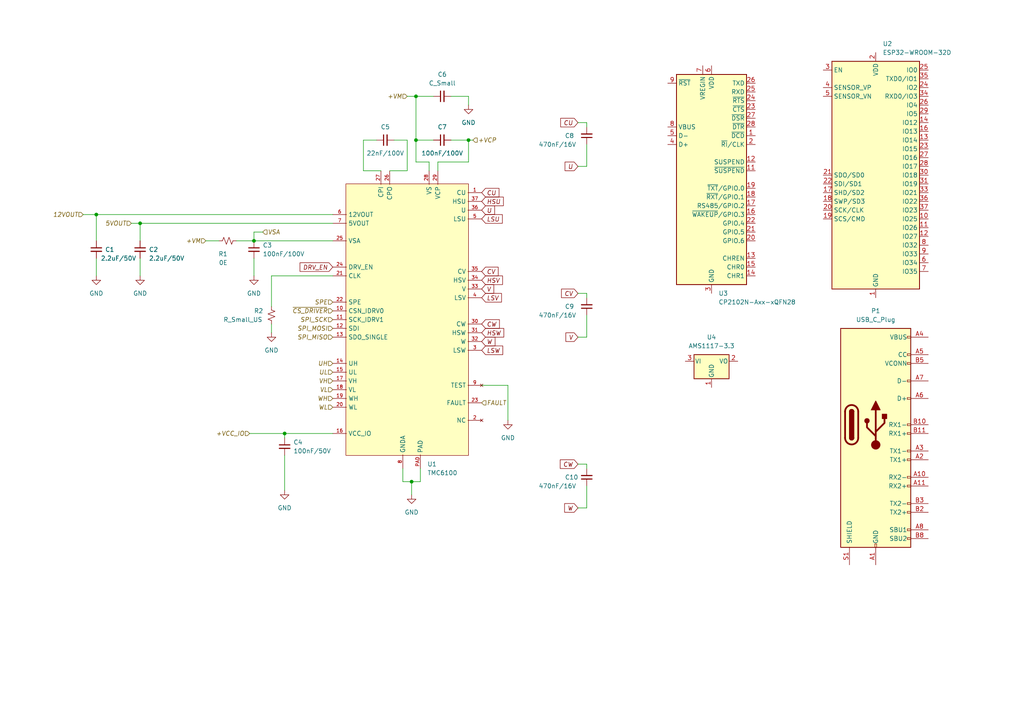
<source format=kicad_sch>
(kicad_sch (version 20211123) (generator eeschema)

  (uuid e63e39d7-6ac0-4ffd-8aa3-1841a4541b55)

  (paper "A4")

  (lib_symbols
    (symbol "Connector:USB_C_Plug" (pin_names (offset 1.016)) (in_bom yes) (on_board yes)
      (property "Reference" "P" (id 0) (at -10.16 29.21 0)
        (effects (font (size 1.27 1.27)) (justify left))
      )
      (property "Value" "USB_C_Plug" (id 1) (at 10.16 29.21 0)
        (effects (font (size 1.27 1.27)) (justify right))
      )
      (property "Footprint" "" (id 2) (at 3.81 0 0)
        (effects (font (size 1.27 1.27)) hide)
      )
      (property "Datasheet" "https://www.usb.org/sites/default/files/documents/usb_type-c.zip" (id 3) (at 3.81 0 0)
        (effects (font (size 1.27 1.27)) hide)
      )
      (property "ki_keywords" "usb universal serial bus" (id 4) (at 0 0 0)
        (effects (font (size 1.27 1.27)) hide)
      )
      (property "ki_description" "USB Type-C Plug connector" (id 5) (at 0 0 0)
        (effects (font (size 1.27 1.27)) hide)
      )
      (property "ki_fp_filters" "USB*C*Plug*" (id 6) (at 0 0 0)
        (effects (font (size 1.27 1.27)) hide)
      )
      (symbol "USB_C_Plug_0_0"
        (rectangle (start -0.254 -35.56) (end 0.254 -34.544)
          (stroke (width 0) (type default) (color 0 0 0 0))
          (fill (type none))
        )
        (rectangle (start 10.16 -32.766) (end 9.144 -33.274)
          (stroke (width 0) (type default) (color 0 0 0 0))
          (fill (type none))
        )
        (rectangle (start 10.16 -30.226) (end 9.144 -30.734)
          (stroke (width 0) (type default) (color 0 0 0 0))
          (fill (type none))
        )
        (rectangle (start 10.16 -25.146) (end 9.144 -25.654)
          (stroke (width 0) (type default) (color 0 0 0 0))
          (fill (type none))
        )
        (rectangle (start 10.16 -22.606) (end 9.144 -23.114)
          (stroke (width 0) (type default) (color 0 0 0 0))
          (fill (type none))
        )
        (rectangle (start 10.16 -17.526) (end 9.144 -18.034)
          (stroke (width 0) (type default) (color 0 0 0 0))
          (fill (type none))
        )
        (rectangle (start 10.16 -14.986) (end 9.144 -15.494)
          (stroke (width 0) (type default) (color 0 0 0 0))
          (fill (type none))
        )
        (rectangle (start 10.16 -9.906) (end 9.144 -10.414)
          (stroke (width 0) (type default) (color 0 0 0 0))
          (fill (type none))
        )
        (rectangle (start 10.16 -7.366) (end 9.144 -7.874)
          (stroke (width 0) (type default) (color 0 0 0 0))
          (fill (type none))
        )
        (rectangle (start 10.16 -2.286) (end 9.144 -2.794)
          (stroke (width 0) (type default) (color 0 0 0 0))
          (fill (type none))
        )
        (rectangle (start 10.16 0.254) (end 9.144 -0.254)
          (stroke (width 0) (type default) (color 0 0 0 0))
          (fill (type none))
        )
        (rectangle (start 10.16 7.874) (end 9.144 7.366)
          (stroke (width 0) (type default) (color 0 0 0 0))
          (fill (type none))
        )
        (rectangle (start 10.16 12.954) (end 9.144 12.446)
          (stroke (width 0) (type default) (color 0 0 0 0))
          (fill (type none))
        )
        (rectangle (start 10.16 18.034) (end 9.144 17.526)
          (stroke (width 0) (type default) (color 0 0 0 0))
          (fill (type none))
        )
        (rectangle (start 10.16 20.574) (end 9.144 20.066)
          (stroke (width 0) (type default) (color 0 0 0 0))
          (fill (type none))
        )
        (rectangle (start 10.16 25.654) (end 9.144 25.146)
          (stroke (width 0) (type default) (color 0 0 0 0))
          (fill (type none))
        )
      )
      (symbol "USB_C_Plug_0_1"
        (rectangle (start -10.16 27.94) (end 10.16 -35.56)
          (stroke (width 0.254) (type default) (color 0 0 0 0))
          (fill (type background))
        )
        (arc (start -8.89 -3.81) (mid -6.985 -5.715) (end -5.08 -3.81)
          (stroke (width 0.508) (type default) (color 0 0 0 0))
          (fill (type none))
        )
        (arc (start -7.62 -3.81) (mid -6.985 -4.445) (end -6.35 -3.81)
          (stroke (width 0.254) (type default) (color 0 0 0 0))
          (fill (type none))
        )
        (arc (start -7.62 -3.81) (mid -6.985 -4.445) (end -6.35 -3.81)
          (stroke (width 0.254) (type default) (color 0 0 0 0))
          (fill (type outline))
        )
        (rectangle (start -7.62 -3.81) (end -6.35 3.81)
          (stroke (width 0.254) (type default) (color 0 0 0 0))
          (fill (type outline))
        )
        (arc (start -6.35 3.81) (mid -6.985 4.445) (end -7.62 3.81)
          (stroke (width 0.254) (type default) (color 0 0 0 0))
          (fill (type none))
        )
        (arc (start -6.35 3.81) (mid -6.985 4.445) (end -7.62 3.81)
          (stroke (width 0.254) (type default) (color 0 0 0 0))
          (fill (type outline))
        )
        (arc (start -5.08 3.81) (mid -6.985 5.715) (end -8.89 3.81)
          (stroke (width 0.508) (type default) (color 0 0 0 0))
          (fill (type none))
        )
        (polyline
          (pts
            (xy -8.89 -3.81)
            (xy -8.89 3.81)
          )
          (stroke (width 0.508) (type default) (color 0 0 0 0))
          (fill (type none))
        )
        (polyline
          (pts
            (xy -5.08 3.81)
            (xy -5.08 -3.81)
          )
          (stroke (width 0.508) (type default) (color 0 0 0 0))
          (fill (type none))
        )
      )
      (symbol "USB_C_Plug_1_1"
        (circle (center -2.54 1.143) (radius 0.635)
          (stroke (width 0.254) (type default) (color 0 0 0 0))
          (fill (type outline))
        )
        (circle (center 0 -5.842) (radius 1.27)
          (stroke (width 0) (type default) (color 0 0 0 0))
          (fill (type outline))
        )
        (polyline
          (pts
            (xy 0 -5.842)
            (xy 0 4.318)
          )
          (stroke (width 0.508) (type default) (color 0 0 0 0))
          (fill (type none))
        )
        (polyline
          (pts
            (xy 0 -3.302)
            (xy -2.54 -0.762)
            (xy -2.54 0.508)
          )
          (stroke (width 0.508) (type default) (color 0 0 0 0))
          (fill (type none))
        )
        (polyline
          (pts
            (xy 0 -2.032)
            (xy 2.54 0.508)
            (xy 2.54 1.778)
          )
          (stroke (width 0.508) (type default) (color 0 0 0 0))
          (fill (type none))
        )
        (polyline
          (pts
            (xy -1.27 4.318)
            (xy 0 6.858)
            (xy 1.27 4.318)
            (xy -1.27 4.318)
          )
          (stroke (width 0.254) (type default) (color 0 0 0 0))
          (fill (type outline))
        )
        (rectangle (start 1.905 1.778) (end 3.175 3.048)
          (stroke (width 0.254) (type default) (color 0 0 0 0))
          (fill (type outline))
        )
        (pin passive line (at 0 -40.64 90) (length 5.08)
          (name "GND" (effects (font (size 1.27 1.27))))
          (number "A1" (effects (font (size 1.27 1.27))))
        )
        (pin bidirectional line (at 15.24 -15.24 180) (length 5.08)
          (name "RX2-" (effects (font (size 1.27 1.27))))
          (number "A10" (effects (font (size 1.27 1.27))))
        )
        (pin bidirectional line (at 15.24 -17.78 180) (length 5.08)
          (name "RX2+" (effects (font (size 1.27 1.27))))
          (number "A11" (effects (font (size 1.27 1.27))))
        )
        (pin passive line (at 0 -40.64 90) (length 5.08) hide
          (name "GND" (effects (font (size 1.27 1.27))))
          (number "A12" (effects (font (size 1.27 1.27))))
        )
        (pin bidirectional line (at 15.24 -10.16 180) (length 5.08)
          (name "TX1+" (effects (font (size 1.27 1.27))))
          (number "A2" (effects (font (size 1.27 1.27))))
        )
        (pin bidirectional line (at 15.24 -7.62 180) (length 5.08)
          (name "TX1-" (effects (font (size 1.27 1.27))))
          (number "A3" (effects (font (size 1.27 1.27))))
        )
        (pin passive line (at 15.24 25.4 180) (length 5.08)
          (name "VBUS" (effects (font (size 1.27 1.27))))
          (number "A4" (effects (font (size 1.27 1.27))))
        )
        (pin bidirectional line (at 15.24 20.32 180) (length 5.08)
          (name "CC" (effects (font (size 1.27 1.27))))
          (number "A5" (effects (font (size 1.27 1.27))))
        )
        (pin bidirectional line (at 15.24 7.62 180) (length 5.08)
          (name "D+" (effects (font (size 1.27 1.27))))
          (number "A6" (effects (font (size 1.27 1.27))))
        )
        (pin bidirectional line (at 15.24 12.7 180) (length 5.08)
          (name "D-" (effects (font (size 1.27 1.27))))
          (number "A7" (effects (font (size 1.27 1.27))))
        )
        (pin bidirectional line (at 15.24 -30.48 180) (length 5.08)
          (name "SBU1" (effects (font (size 1.27 1.27))))
          (number "A8" (effects (font (size 1.27 1.27))))
        )
        (pin passive line (at 15.24 25.4 180) (length 5.08) hide
          (name "VBUS" (effects (font (size 1.27 1.27))))
          (number "A9" (effects (font (size 1.27 1.27))))
        )
        (pin passive line (at 0 -40.64 90) (length 5.08) hide
          (name "GND" (effects (font (size 1.27 1.27))))
          (number "B1" (effects (font (size 1.27 1.27))))
        )
        (pin bidirectional line (at 15.24 0 180) (length 5.08)
          (name "RX1-" (effects (font (size 1.27 1.27))))
          (number "B10" (effects (font (size 1.27 1.27))))
        )
        (pin bidirectional line (at 15.24 -2.54 180) (length 5.08)
          (name "RX1+" (effects (font (size 1.27 1.27))))
          (number "B11" (effects (font (size 1.27 1.27))))
        )
        (pin passive line (at 0 -40.64 90) (length 5.08) hide
          (name "GND" (effects (font (size 1.27 1.27))))
          (number "B12" (effects (font (size 1.27 1.27))))
        )
        (pin bidirectional line (at 15.24 -25.4 180) (length 5.08)
          (name "TX2+" (effects (font (size 1.27 1.27))))
          (number "B2" (effects (font (size 1.27 1.27))))
        )
        (pin bidirectional line (at 15.24 -22.86 180) (length 5.08)
          (name "TX2-" (effects (font (size 1.27 1.27))))
          (number "B3" (effects (font (size 1.27 1.27))))
        )
        (pin passive line (at 15.24 25.4 180) (length 5.08) hide
          (name "VBUS" (effects (font (size 1.27 1.27))))
          (number "B4" (effects (font (size 1.27 1.27))))
        )
        (pin bidirectional line (at 15.24 17.78 180) (length 5.08)
          (name "VCONN" (effects (font (size 1.27 1.27))))
          (number "B5" (effects (font (size 1.27 1.27))))
        )
        (pin bidirectional line (at 15.24 -33.02 180) (length 5.08)
          (name "SBU2" (effects (font (size 1.27 1.27))))
          (number "B8" (effects (font (size 1.27 1.27))))
        )
        (pin passive line (at 15.24 25.4 180) (length 5.08) hide
          (name "VBUS" (effects (font (size 1.27 1.27))))
          (number "B9" (effects (font (size 1.27 1.27))))
        )
        (pin passive line (at -7.62 -40.64 90) (length 5.08)
          (name "SHIELD" (effects (font (size 1.27 1.27))))
          (number "S1" (effects (font (size 1.27 1.27))))
        )
      )
    )
    (symbol "Device:C_Small" (pin_numbers hide) (pin_names (offset 0.254) hide) (in_bom yes) (on_board yes)
      (property "Reference" "C" (id 0) (at 0.254 1.778 0)
        (effects (font (size 1.27 1.27)) (justify left))
      )
      (property "Value" "C_Small" (id 1) (at 0.254 -2.032 0)
        (effects (font (size 1.27 1.27)) (justify left))
      )
      (property "Footprint" "" (id 2) (at 0 0 0)
        (effects (font (size 1.27 1.27)) hide)
      )
      (property "Datasheet" "~" (id 3) (at 0 0 0)
        (effects (font (size 1.27 1.27)) hide)
      )
      (property "ki_keywords" "capacitor cap" (id 4) (at 0 0 0)
        (effects (font (size 1.27 1.27)) hide)
      )
      (property "ki_description" "Unpolarized capacitor, small symbol" (id 5) (at 0 0 0)
        (effects (font (size 1.27 1.27)) hide)
      )
      (property "ki_fp_filters" "C_*" (id 6) (at 0 0 0)
        (effects (font (size 1.27 1.27)) hide)
      )
      (symbol "C_Small_0_1"
        (polyline
          (pts
            (xy -1.524 -0.508)
            (xy 1.524 -0.508)
          )
          (stroke (width 0.3302) (type default) (color 0 0 0 0))
          (fill (type none))
        )
        (polyline
          (pts
            (xy -1.524 0.508)
            (xy 1.524 0.508)
          )
          (stroke (width 0.3048) (type default) (color 0 0 0 0))
          (fill (type none))
        )
      )
      (symbol "C_Small_1_1"
        (pin passive line (at 0 2.54 270) (length 2.032)
          (name "~" (effects (font (size 1.27 1.27))))
          (number "1" (effects (font (size 1.27 1.27))))
        )
        (pin passive line (at 0 -2.54 90) (length 2.032)
          (name "~" (effects (font (size 1.27 1.27))))
          (number "2" (effects (font (size 1.27 1.27))))
        )
      )
    )
    (symbol "Device:R_Small_US" (pin_numbers hide) (pin_names (offset 0.254) hide) (in_bom yes) (on_board yes)
      (property "Reference" "R" (id 0) (at 0.762 0.508 0)
        (effects (font (size 1.27 1.27)) (justify left))
      )
      (property "Value" "R_Small_US" (id 1) (at 0.762 -1.016 0)
        (effects (font (size 1.27 1.27)) (justify left))
      )
      (property "Footprint" "" (id 2) (at 0 0 0)
        (effects (font (size 1.27 1.27)) hide)
      )
      (property "Datasheet" "~" (id 3) (at 0 0 0)
        (effects (font (size 1.27 1.27)) hide)
      )
      (property "ki_keywords" "r resistor" (id 4) (at 0 0 0)
        (effects (font (size 1.27 1.27)) hide)
      )
      (property "ki_description" "Resistor, small US symbol" (id 5) (at 0 0 0)
        (effects (font (size 1.27 1.27)) hide)
      )
      (property "ki_fp_filters" "R_*" (id 6) (at 0 0 0)
        (effects (font (size 1.27 1.27)) hide)
      )
      (symbol "R_Small_US_1_1"
        (polyline
          (pts
            (xy 0 0)
            (xy 1.016 -0.381)
            (xy 0 -0.762)
            (xy -1.016 -1.143)
            (xy 0 -1.524)
          )
          (stroke (width 0) (type default) (color 0 0 0 0))
          (fill (type none))
        )
        (polyline
          (pts
            (xy 0 1.524)
            (xy 1.016 1.143)
            (xy 0 0.762)
            (xy -1.016 0.381)
            (xy 0 0)
          )
          (stroke (width 0) (type default) (color 0 0 0 0))
          (fill (type none))
        )
        (pin passive line (at 0 2.54 270) (length 1.016)
          (name "~" (effects (font (size 1.27 1.27))))
          (number "1" (effects (font (size 1.27 1.27))))
        )
        (pin passive line (at 0 -2.54 90) (length 1.016)
          (name "~" (effects (font (size 1.27 1.27))))
          (number "2" (effects (font (size 1.27 1.27))))
        )
      )
    )
    (symbol "Interface_USB:CP2102N-Axx-xQFN28" (in_bom yes) (on_board yes)
      (property "Reference" "U" (id 0) (at -8.89 31.75 0)
        (effects (font (size 1.27 1.27)))
      )
      (property "Value" "CP2102N-Axx-xQFN28" (id 1) (at 12.7 31.75 0)
        (effects (font (size 1.27 1.27)))
      )
      (property "Footprint" "Package_DFN_QFN:QFN-28-1EP_5x5mm_P0.5mm_EP3.35x3.35mm" (id 2) (at 33.02 -31.75 0)
        (effects (font (size 1.27 1.27)) hide)
      )
      (property "Datasheet" "https://www.silabs.com/documents/public/data-sheets/cp2102n-datasheet.pdf" (id 3) (at 1.27 -19.05 0)
        (effects (font (size 1.27 1.27)) hide)
      )
      (property "ki_keywords" "USB UART bridge" (id 4) (at 0 0 0)
        (effects (font (size 1.27 1.27)) hide)
      )
      (property "ki_description" "USB to UART master bridge, QFN-28" (id 5) (at 0 0 0)
        (effects (font (size 1.27 1.27)) hide)
      )
      (property "ki_fp_filters" "QFN*1EP*5x5mm*P0.5mm*" (id 6) (at 0 0 0)
        (effects (font (size 1.27 1.27)) hide)
      )
      (symbol "CP2102N-Axx-xQFN28_0_1"
        (rectangle (start -10.16 30.48) (end 10.16 -30.48)
          (stroke (width 0.254) (type default) (color 0 0 0 0))
          (fill (type background))
        )
      )
      (symbol "CP2102N-Axx-xQFN28_1_1"
        (pin input line (at 12.7 12.7 180) (length 2.54)
          (name "~{DCD}" (effects (font (size 1.27 1.27))))
          (number "1" (effects (font (size 1.27 1.27))))
        )
        (pin no_connect line (at -10.16 -27.94 0) (length 2.54) hide
          (name "NC" (effects (font (size 1.27 1.27))))
          (number "10" (effects (font (size 1.27 1.27))))
        )
        (pin output line (at 12.7 2.54 180) (length 2.54)
          (name "~{SUSPEND}" (effects (font (size 1.27 1.27))))
          (number "11" (effects (font (size 1.27 1.27))))
        )
        (pin output line (at 12.7 5.08 180) (length 2.54)
          (name "SUSPEND" (effects (font (size 1.27 1.27))))
          (number "12" (effects (font (size 1.27 1.27))))
        )
        (pin output line (at 12.7 -22.86 180) (length 2.54)
          (name "CHREN" (effects (font (size 1.27 1.27))))
          (number "13" (effects (font (size 1.27 1.27))))
        )
        (pin output line (at 12.7 -27.94 180) (length 2.54)
          (name "CHR1" (effects (font (size 1.27 1.27))))
          (number "14" (effects (font (size 1.27 1.27))))
        )
        (pin output line (at 12.7 -25.4 180) (length 2.54)
          (name "CHR0" (effects (font (size 1.27 1.27))))
          (number "15" (effects (font (size 1.27 1.27))))
        )
        (pin bidirectional line (at 12.7 -10.16 180) (length 2.54)
          (name "~{WAKEUP}/GPIO.3" (effects (font (size 1.27 1.27))))
          (number "16" (effects (font (size 1.27 1.27))))
        )
        (pin bidirectional line (at 12.7 -7.62 180) (length 2.54)
          (name "RS485/GPIO.2" (effects (font (size 1.27 1.27))))
          (number "17" (effects (font (size 1.27 1.27))))
        )
        (pin bidirectional line (at 12.7 -5.08 180) (length 2.54)
          (name "~{RXT}/GPIO.1" (effects (font (size 1.27 1.27))))
          (number "18" (effects (font (size 1.27 1.27))))
        )
        (pin bidirectional line (at 12.7 -2.54 180) (length 2.54)
          (name "~{TXT}/GPIO.0" (effects (font (size 1.27 1.27))))
          (number "19" (effects (font (size 1.27 1.27))))
        )
        (pin bidirectional line (at 12.7 10.16 180) (length 2.54)
          (name "~{RI}/CLK" (effects (font (size 1.27 1.27))))
          (number "2" (effects (font (size 1.27 1.27))))
        )
        (pin bidirectional line (at 12.7 -17.78 180) (length 2.54)
          (name "GPIO.6" (effects (font (size 1.27 1.27))))
          (number "20" (effects (font (size 1.27 1.27))))
        )
        (pin bidirectional line (at 12.7 -15.24 180) (length 2.54)
          (name "GPIO.5" (effects (font (size 1.27 1.27))))
          (number "21" (effects (font (size 1.27 1.27))))
        )
        (pin bidirectional line (at 12.7 -12.7 180) (length 2.54)
          (name "GPIO.4" (effects (font (size 1.27 1.27))))
          (number "22" (effects (font (size 1.27 1.27))))
        )
        (pin input line (at 12.7 20.32 180) (length 2.54)
          (name "~{CTS}" (effects (font (size 1.27 1.27))))
          (number "23" (effects (font (size 1.27 1.27))))
        )
        (pin output line (at 12.7 22.86 180) (length 2.54)
          (name "~{RTS}" (effects (font (size 1.27 1.27))))
          (number "24" (effects (font (size 1.27 1.27))))
        )
        (pin input line (at 12.7 25.4 180) (length 2.54)
          (name "RXD" (effects (font (size 1.27 1.27))))
          (number "25" (effects (font (size 1.27 1.27))))
        )
        (pin output line (at 12.7 27.94 180) (length 2.54)
          (name "TXD" (effects (font (size 1.27 1.27))))
          (number "26" (effects (font (size 1.27 1.27))))
        )
        (pin input line (at 12.7 17.78 180) (length 2.54)
          (name "~{DSR}" (effects (font (size 1.27 1.27))))
          (number "27" (effects (font (size 1.27 1.27))))
        )
        (pin output line (at 12.7 15.24 180) (length 2.54)
          (name "~{DTR}" (effects (font (size 1.27 1.27))))
          (number "28" (effects (font (size 1.27 1.27))))
        )
        (pin passive line (at 0 -33.02 90) (length 2.54) hide
          (name "GND" (effects (font (size 1.27 1.27))))
          (number "29" (effects (font (size 1.27 1.27))))
        )
        (pin power_in line (at 0 -33.02 90) (length 2.54)
          (name "GND" (effects (font (size 1.27 1.27))))
          (number "3" (effects (font (size 1.27 1.27))))
        )
        (pin bidirectional line (at -12.7 10.16 0) (length 2.54)
          (name "D+" (effects (font (size 1.27 1.27))))
          (number "4" (effects (font (size 1.27 1.27))))
        )
        (pin bidirectional line (at -12.7 12.7 0) (length 2.54)
          (name "D-" (effects (font (size 1.27 1.27))))
          (number "5" (effects (font (size 1.27 1.27))))
        )
        (pin power_in line (at 0 33.02 270) (length 2.54)
          (name "VDD" (effects (font (size 1.27 1.27))))
          (number "6" (effects (font (size 1.27 1.27))))
        )
        (pin power_in line (at -2.54 33.02 270) (length 2.54)
          (name "VREGIN" (effects (font (size 1.27 1.27))))
          (number "7" (effects (font (size 1.27 1.27))))
        )
        (pin input line (at -12.7 15.24 0) (length 2.54)
          (name "VBUS" (effects (font (size 1.27 1.27))))
          (number "8" (effects (font (size 1.27 1.27))))
        )
        (pin input line (at -12.7 27.94 0) (length 2.54)
          (name "~{RST}" (effects (font (size 1.27 1.27))))
          (number "9" (effects (font (size 1.27 1.27))))
        )
      )
    )
    (symbol "RF_Module:ESP32-WROOM-32D" (in_bom yes) (on_board yes)
      (property "Reference" "U" (id 0) (at -12.7 34.29 0)
        (effects (font (size 1.27 1.27)) (justify left))
      )
      (property "Value" "ESP32-WROOM-32D" (id 1) (at 1.27 34.29 0)
        (effects (font (size 1.27 1.27)) (justify left))
      )
      (property "Footprint" "RF_Module:ESP32-WROOM-32" (id 2) (at 0 -38.1 0)
        (effects (font (size 1.27 1.27)) hide)
      )
      (property "Datasheet" "https://www.espressif.com/sites/default/files/documentation/esp32-wroom-32d_esp32-wroom-32u_datasheet_en.pdf" (id 3) (at -7.62 1.27 0)
        (effects (font (size 1.27 1.27)) hide)
      )
      (property "ki_keywords" "RF Radio BT ESP ESP32 Espressif onboard PCB antenna" (id 4) (at 0 0 0)
        (effects (font (size 1.27 1.27)) hide)
      )
      (property "ki_description" "RF Module, ESP32-D0WD SoC, Wi-Fi 802.11b/g/n, Bluetooth, BLE, 32-bit, 2.7-3.6V, onboard antenna, SMD" (id 5) (at 0 0 0)
        (effects (font (size 1.27 1.27)) hide)
      )
      (property "ki_fp_filters" "ESP32?WROOM?32*" (id 6) (at 0 0 0)
        (effects (font (size 1.27 1.27)) hide)
      )
      (symbol "ESP32-WROOM-32D_0_1"
        (rectangle (start -12.7 33.02) (end 12.7 -33.02)
          (stroke (width 0.254) (type default) (color 0 0 0 0))
          (fill (type background))
        )
      )
      (symbol "ESP32-WROOM-32D_1_1"
        (pin power_in line (at 0 -35.56 90) (length 2.54)
          (name "GND" (effects (font (size 1.27 1.27))))
          (number "1" (effects (font (size 1.27 1.27))))
        )
        (pin bidirectional line (at 15.24 -12.7 180) (length 2.54)
          (name "IO25" (effects (font (size 1.27 1.27))))
          (number "10" (effects (font (size 1.27 1.27))))
        )
        (pin bidirectional line (at 15.24 -15.24 180) (length 2.54)
          (name "IO26" (effects (font (size 1.27 1.27))))
          (number "11" (effects (font (size 1.27 1.27))))
        )
        (pin bidirectional line (at 15.24 -17.78 180) (length 2.54)
          (name "IO27" (effects (font (size 1.27 1.27))))
          (number "12" (effects (font (size 1.27 1.27))))
        )
        (pin bidirectional line (at 15.24 10.16 180) (length 2.54)
          (name "IO14" (effects (font (size 1.27 1.27))))
          (number "13" (effects (font (size 1.27 1.27))))
        )
        (pin bidirectional line (at 15.24 15.24 180) (length 2.54)
          (name "IO12" (effects (font (size 1.27 1.27))))
          (number "14" (effects (font (size 1.27 1.27))))
        )
        (pin passive line (at 0 -35.56 90) (length 2.54) hide
          (name "GND" (effects (font (size 1.27 1.27))))
          (number "15" (effects (font (size 1.27 1.27))))
        )
        (pin bidirectional line (at 15.24 12.7 180) (length 2.54)
          (name "IO13" (effects (font (size 1.27 1.27))))
          (number "16" (effects (font (size 1.27 1.27))))
        )
        (pin bidirectional line (at -15.24 -5.08 0) (length 2.54)
          (name "SHD/SD2" (effects (font (size 1.27 1.27))))
          (number "17" (effects (font (size 1.27 1.27))))
        )
        (pin bidirectional line (at -15.24 -7.62 0) (length 2.54)
          (name "SWP/SD3" (effects (font (size 1.27 1.27))))
          (number "18" (effects (font (size 1.27 1.27))))
        )
        (pin bidirectional line (at -15.24 -12.7 0) (length 2.54)
          (name "SCS/CMD" (effects (font (size 1.27 1.27))))
          (number "19" (effects (font (size 1.27 1.27))))
        )
        (pin power_in line (at 0 35.56 270) (length 2.54)
          (name "VDD" (effects (font (size 1.27 1.27))))
          (number "2" (effects (font (size 1.27 1.27))))
        )
        (pin bidirectional line (at -15.24 -10.16 0) (length 2.54)
          (name "SCK/CLK" (effects (font (size 1.27 1.27))))
          (number "20" (effects (font (size 1.27 1.27))))
        )
        (pin bidirectional line (at -15.24 0 0) (length 2.54)
          (name "SDO/SD0" (effects (font (size 1.27 1.27))))
          (number "21" (effects (font (size 1.27 1.27))))
        )
        (pin bidirectional line (at -15.24 -2.54 0) (length 2.54)
          (name "SDI/SD1" (effects (font (size 1.27 1.27))))
          (number "22" (effects (font (size 1.27 1.27))))
        )
        (pin bidirectional line (at 15.24 7.62 180) (length 2.54)
          (name "IO15" (effects (font (size 1.27 1.27))))
          (number "23" (effects (font (size 1.27 1.27))))
        )
        (pin bidirectional line (at 15.24 25.4 180) (length 2.54)
          (name "IO2" (effects (font (size 1.27 1.27))))
          (number "24" (effects (font (size 1.27 1.27))))
        )
        (pin bidirectional line (at 15.24 30.48 180) (length 2.54)
          (name "IO0" (effects (font (size 1.27 1.27))))
          (number "25" (effects (font (size 1.27 1.27))))
        )
        (pin bidirectional line (at 15.24 20.32 180) (length 2.54)
          (name "IO4" (effects (font (size 1.27 1.27))))
          (number "26" (effects (font (size 1.27 1.27))))
        )
        (pin bidirectional line (at 15.24 5.08 180) (length 2.54)
          (name "IO16" (effects (font (size 1.27 1.27))))
          (number "27" (effects (font (size 1.27 1.27))))
        )
        (pin bidirectional line (at 15.24 2.54 180) (length 2.54)
          (name "IO17" (effects (font (size 1.27 1.27))))
          (number "28" (effects (font (size 1.27 1.27))))
        )
        (pin bidirectional line (at 15.24 17.78 180) (length 2.54)
          (name "IO5" (effects (font (size 1.27 1.27))))
          (number "29" (effects (font (size 1.27 1.27))))
        )
        (pin input line (at -15.24 30.48 0) (length 2.54)
          (name "EN" (effects (font (size 1.27 1.27))))
          (number "3" (effects (font (size 1.27 1.27))))
        )
        (pin bidirectional line (at 15.24 0 180) (length 2.54)
          (name "IO18" (effects (font (size 1.27 1.27))))
          (number "30" (effects (font (size 1.27 1.27))))
        )
        (pin bidirectional line (at 15.24 -2.54 180) (length 2.54)
          (name "IO19" (effects (font (size 1.27 1.27))))
          (number "31" (effects (font (size 1.27 1.27))))
        )
        (pin no_connect line (at -12.7 -27.94 0) (length 2.54) hide
          (name "NC" (effects (font (size 1.27 1.27))))
          (number "32" (effects (font (size 1.27 1.27))))
        )
        (pin bidirectional line (at 15.24 -5.08 180) (length 2.54)
          (name "IO21" (effects (font (size 1.27 1.27))))
          (number "33" (effects (font (size 1.27 1.27))))
        )
        (pin bidirectional line (at 15.24 22.86 180) (length 2.54)
          (name "RXD0/IO3" (effects (font (size 1.27 1.27))))
          (number "34" (effects (font (size 1.27 1.27))))
        )
        (pin bidirectional line (at 15.24 27.94 180) (length 2.54)
          (name "TXD0/IO1" (effects (font (size 1.27 1.27))))
          (number "35" (effects (font (size 1.27 1.27))))
        )
        (pin bidirectional line (at 15.24 -7.62 180) (length 2.54)
          (name "IO22" (effects (font (size 1.27 1.27))))
          (number "36" (effects (font (size 1.27 1.27))))
        )
        (pin bidirectional line (at 15.24 -10.16 180) (length 2.54)
          (name "IO23" (effects (font (size 1.27 1.27))))
          (number "37" (effects (font (size 1.27 1.27))))
        )
        (pin passive line (at 0 -35.56 90) (length 2.54) hide
          (name "GND" (effects (font (size 1.27 1.27))))
          (number "38" (effects (font (size 1.27 1.27))))
        )
        (pin passive line (at 0 -35.56 90) (length 2.54) hide
          (name "GND" (effects (font (size 1.27 1.27))))
          (number "39" (effects (font (size 1.27 1.27))))
        )
        (pin input line (at -15.24 25.4 0) (length 2.54)
          (name "SENSOR_VP" (effects (font (size 1.27 1.27))))
          (number "4" (effects (font (size 1.27 1.27))))
        )
        (pin input line (at -15.24 22.86 0) (length 2.54)
          (name "SENSOR_VN" (effects (font (size 1.27 1.27))))
          (number "5" (effects (font (size 1.27 1.27))))
        )
        (pin input line (at 15.24 -25.4 180) (length 2.54)
          (name "IO34" (effects (font (size 1.27 1.27))))
          (number "6" (effects (font (size 1.27 1.27))))
        )
        (pin input line (at 15.24 -27.94 180) (length 2.54)
          (name "IO35" (effects (font (size 1.27 1.27))))
          (number "7" (effects (font (size 1.27 1.27))))
        )
        (pin bidirectional line (at 15.24 -20.32 180) (length 2.54)
          (name "IO32" (effects (font (size 1.27 1.27))))
          (number "8" (effects (font (size 1.27 1.27))))
        )
        (pin bidirectional line (at 15.24 -22.86 180) (length 2.54)
          (name "IO33" (effects (font (size 1.27 1.27))))
          (number "9" (effects (font (size 1.27 1.27))))
        )
      )
    )
    (symbol "Regulator_Linear:AMS1117-3.3" (pin_names (offset 0.254)) (in_bom yes) (on_board yes)
      (property "Reference" "U" (id 0) (at -3.81 3.175 0)
        (effects (font (size 1.27 1.27)))
      )
      (property "Value" "AMS1117-3.3" (id 1) (at 0 3.175 0)
        (effects (font (size 1.27 1.27)) (justify left))
      )
      (property "Footprint" "Package_TO_SOT_SMD:SOT-223-3_TabPin2" (id 2) (at 0 5.08 0)
        (effects (font (size 1.27 1.27)) hide)
      )
      (property "Datasheet" "http://www.advanced-monolithic.com/pdf/ds1117.pdf" (id 3) (at 2.54 -6.35 0)
        (effects (font (size 1.27 1.27)) hide)
      )
      (property "ki_keywords" "linear regulator ldo fixed positive" (id 4) (at 0 0 0)
        (effects (font (size 1.27 1.27)) hide)
      )
      (property "ki_description" "1A Low Dropout regulator, positive, 3.3V fixed output, SOT-223" (id 5) (at 0 0 0)
        (effects (font (size 1.27 1.27)) hide)
      )
      (property "ki_fp_filters" "SOT?223*TabPin2*" (id 6) (at 0 0 0)
        (effects (font (size 1.27 1.27)) hide)
      )
      (symbol "AMS1117-3.3_0_1"
        (rectangle (start -5.08 -5.08) (end 5.08 1.905)
          (stroke (width 0.254) (type default) (color 0 0 0 0))
          (fill (type background))
        )
      )
      (symbol "AMS1117-3.3_1_1"
        (pin power_in line (at 0 -7.62 90) (length 2.54)
          (name "GND" (effects (font (size 1.27 1.27))))
          (number "1" (effects (font (size 1.27 1.27))))
        )
        (pin power_out line (at 7.62 0 180) (length 2.54)
          (name "VO" (effects (font (size 1.27 1.27))))
          (number "2" (effects (font (size 1.27 1.27))))
        )
        (pin power_in line (at -7.62 0 0) (length 2.54)
          (name "VI" (effects (font (size 1.27 1.27))))
          (number "3" (effects (font (size 1.27 1.27))))
        )
      )
    )
    (symbol "SiFOCR:TMC6100" (in_bom yes) (on_board yes)
      (property "Reference" "U" (id 0) (at 0 45.72 0)
        (effects (font (size 1.27 1.27)))
      )
      (property "Value" "TMC6100" (id 1) (at 0 45.72 0)
        (effects (font (size 1.27 1.27)))
      )
      (property "Footprint" "" (id 2) (at 0 45.72 0)
        (effects (font (size 1.27 1.27)) hide)
      )
      (property "Datasheet" "" (id 3) (at 0 45.72 0)
        (effects (font (size 1.27 1.27)) hide)
      )
      (symbol "TMC6100_0_0"
        (pin power_in line (at 35.56 3.81 180) (length 3.9878)
          (name "CU" (effects (font (size 1.27 1.27))))
          (number "1" (effects (font (size 0.9906 0.9906))))
        )
        (pin bidirectional line (at -7.62 -30.48 0) (length 3.9878)
          (name "CSN_IDRV0" (effects (font (size 1.27 1.27))))
          (number "10" (effects (font (size 0.9906 0.9906))))
        )
        (pin bidirectional line (at -7.62 -33.02 0) (length 3.9878)
          (name "SCK_IDRV1" (effects (font (size 1.27 1.27))))
          (number "11" (effects (font (size 0.9906 0.9906))))
        )
        (pin bidirectional line (at -7.62 -35.56 0) (length 3.9878)
          (name "SDI" (effects (font (size 1.27 1.27))))
          (number "12" (effects (font (size 0.9906 0.9906))))
        )
        (pin bidirectional line (at -7.62 -38.1 0) (length 3.9878)
          (name "SDO_SINGLE" (effects (font (size 1.27 1.27))))
          (number "13" (effects (font (size 0.9906 0.9906))))
        )
        (pin input line (at -7.62 -45.72 0) (length 3.9878)
          (name "UH" (effects (font (size 1.27 1.27))))
          (number "14" (effects (font (size 0.9906 0.9906))))
        )
        (pin input line (at -7.62 -48.26 0) (length 3.9878)
          (name "UL" (effects (font (size 1.27 1.27))))
          (number "15" (effects (font (size 0.9906 0.9906))))
        )
        (pin input line (at -7.62 -66.04 0) (length 3.9878)
          (name "VCC_IO" (effects (font (size 1.27 1.27))))
          (number "16" (effects (font (size 0.9906 0.9906))))
        )
        (pin input line (at -7.62 -50.8 0) (length 3.9878)
          (name "VH" (effects (font (size 1.27 1.27))))
          (number "17" (effects (font (size 0.9906 0.9906))))
        )
        (pin input line (at -7.62 -53.34 0) (length 3.9878)
          (name "VL" (effects (font (size 1.27 1.27))))
          (number "18" (effects (font (size 0.9906 0.9906))))
        )
        (pin input line (at -7.62 -55.88 0) (length 3.9878)
          (name "WH" (effects (font (size 1.27 1.27))))
          (number "19" (effects (font (size 0.9906 0.9906))))
        )
        (pin no_connect line (at 35.56 -62.23 180) (length 3.9878)
          (name "NC" (effects (font (size 1.27 1.27))))
          (number "2" (effects (font (size 0.9906 0.9906))))
        )
        (pin input line (at -7.62 -58.42 0) (length 3.9878)
          (name "WL" (effects (font (size 1.27 1.27))))
          (number "20" (effects (font (size 0.9906 0.9906))))
        )
        (pin bidirectional line (at -7.62 -20.32 0) (length 3.9878)
          (name "CLK" (effects (font (size 1.27 1.27))))
          (number "21" (effects (font (size 0.9906 0.9906))))
        )
        (pin bidirectional line (at -7.62 -27.94 0) (length 3.9878)
          (name "SPE" (effects (font (size 1.27 1.27))))
          (number "22" (effects (font (size 0.9906 0.9906))))
        )
        (pin input line (at 35.56 -57.15 180) (length 3.9878)
          (name "FAULT" (effects (font (size 1.27 1.27))))
          (number "23" (effects (font (size 0.9906 0.9906))))
        )
        (pin input line (at -7.62 -17.78 0) (length 3.9878)
          (name "DRV_EN" (effects (font (size 1.27 1.27))))
          (number "24" (effects (font (size 0.9906 0.9906))))
        )
        (pin bidirectional line (at -7.62 -10.16 0) (length 3.9878)
          (name "VSA" (effects (font (size 1.27 1.27))))
          (number "25" (effects (font (size 0.9906 0.9906))))
        )
        (pin power_in line (at 8.89 10.16 270) (length 3.9878)
          (name "CPO" (effects (font (size 1.27 1.27))))
          (number "26" (effects (font (size 0.9906 0.9906))))
        )
        (pin power_in line (at 6.35 10.16 270) (length 3.9878)
          (name "CPI" (effects (font (size 1.27 1.27))))
          (number "27" (effects (font (size 0.9906 0.9906))))
        )
        (pin power_in line (at 20.32 10.16 270) (length 3.9878)
          (name "VS" (effects (font (size 1.27 1.27))))
          (number "28" (effects (font (size 0.9906 0.9906))))
        )
        (pin power_out line (at 22.86 10.16 270) (length 3.9878)
          (name "VCP" (effects (font (size 1.27 1.27))))
          (number "29" (effects (font (size 0.9906 0.9906))))
        )
        (pin power_out line (at 35.56 -41.91 180) (length 3.9878)
          (name "LSW" (effects (font (size 1.27 1.27))))
          (number "3" (effects (font (size 0.9906 0.9906))))
        )
        (pin power_out line (at 35.56 -34.29 180) (length 3.9878)
          (name "CW" (effects (font (size 1.27 1.27))))
          (number "30" (effects (font (size 0.9906 0.9906))))
        )
        (pin power_out line (at 35.56 -36.83 180) (length 3.9878)
          (name "HSW" (effects (font (size 1.27 1.27))))
          (number "31" (effects (font (size 0.9906 0.9906))))
        )
        (pin power_out line (at 35.56 -39.37 180) (length 3.9878)
          (name "W" (effects (font (size 1.27 1.27))))
          (number "32" (effects (font (size 0.9906 0.9906))))
        )
        (pin power_out line (at 35.56 -24.13 180) (length 3.9878)
          (name "V" (effects (font (size 1.27 1.27))))
          (number "33" (effects (font (size 0.9906 0.9906))))
        )
        (pin power_out line (at 35.56 -21.59 180) (length 3.9878)
          (name "HSV" (effects (font (size 1.27 1.27))))
          (number "34" (effects (font (size 0.9906 0.9906))))
        )
        (pin power_out line (at 35.56 -19.05 180) (length 3.9878)
          (name "CV" (effects (font (size 1.27 1.27))))
          (number "35" (effects (font (size 0.9906 0.9906))))
        )
        (pin power_out line (at 35.56 -1.27 180) (length 3.9878)
          (name "U" (effects (font (size 1.27 1.27))))
          (number "36" (effects (font (size 0.9906 0.9906))))
        )
        (pin power_out line (at 35.56 1.27 180) (length 3.9878)
          (name "HSU" (effects (font (size 1.27 1.27))))
          (number "37" (effects (font (size 0.9906 0.9906))))
        )
        (pin power_out line (at 35.56 -26.67 180) (length 3.9878)
          (name "LSV" (effects (font (size 1.27 1.27))))
          (number "4" (effects (font (size 0.9906 0.9906))))
        )
        (pin power_out line (at 35.56 -3.81 180) (length 3.9878)
          (name "LSU" (effects (font (size 1.27 1.27))))
          (number "5" (effects (font (size 0.9906 0.9906))))
        )
        (pin power_out line (at -7.62 -2.54 0) (length 3.9878)
          (name "12VOUT" (effects (font (size 1.27 1.27))))
          (number "6" (effects (font (size 0.9906 0.9906))))
        )
        (pin power_out line (at -7.62 -5.08 0) (length 3.9878)
          (name "5VOUT" (effects (font (size 1.27 1.27))))
          (number "7" (effects (font (size 0.9906 0.9906))))
        )
        (pin power_out line (at 12.7 -76.2 90) (length 3.9878)
          (name "GNDA" (effects (font (size 1.27 1.27))))
          (number "8" (effects (font (size 0.9906 0.9906))))
        )
        (pin no_connect line (at 35.56 -52.07 180) (length 3.9878)
          (name "TEST" (effects (font (size 1.27 1.27))))
          (number "9" (effects (font (size 0.9906 0.9906))))
        )
      )
      (symbol "TMC6100_0_1"
        (rectangle (start -3.81 6.35) (end 31.75 -72.39)
          (stroke (width 0) (type default) (color 0 0 0 0))
          (fill (type background))
        )
      )
      (symbol "TMC6100_1_1"
        (pin input line (at 17.78 -76.2 90) (length 3.9878)
          (name "PAD" (effects (font (size 1.27 1.27))))
          (number "PAD" (effects (font (size 0.9906 0.9906))))
        )
      )
    )
    (symbol "power:GND" (power) (pin_names (offset 0)) (in_bom yes) (on_board yes)
      (property "Reference" "#PWR" (id 0) (at 0 -6.35 0)
        (effects (font (size 1.27 1.27)) hide)
      )
      (property "Value" "GND" (id 1) (at 0 -3.81 0)
        (effects (font (size 1.27 1.27)))
      )
      (property "Footprint" "" (id 2) (at 0 0 0)
        (effects (font (size 1.27 1.27)) hide)
      )
      (property "Datasheet" "" (id 3) (at 0 0 0)
        (effects (font (size 1.27 1.27)) hide)
      )
      (property "ki_keywords" "power-flag" (id 4) (at 0 0 0)
        (effects (font (size 1.27 1.27)) hide)
      )
      (property "ki_description" "Power symbol creates a global label with name \"GND\" , ground" (id 5) (at 0 0 0)
        (effects (font (size 1.27 1.27)) hide)
      )
      (symbol "GND_0_1"
        (polyline
          (pts
            (xy 0 0)
            (xy 0 -1.27)
            (xy 1.27 -1.27)
            (xy 0 -2.54)
            (xy -1.27 -1.27)
            (xy 0 -1.27)
          )
          (stroke (width 0) (type default) (color 0 0 0 0))
          (fill (type none))
        )
      )
      (symbol "GND_1_1"
        (pin power_in line (at 0 0 270) (length 0) hide
          (name "GND" (effects (font (size 1.27 1.27))))
          (number "1" (effects (font (size 1.27 1.27))))
        )
      )
    )
  )

  (junction (at 120.65 27.94) (diameter 0) (color 0 0 0 0)
    (uuid 05783b37-49c6-41cc-8032-36496a1f734c)
  )
  (junction (at 27.94 62.23) (diameter 0) (color 0 0 0 0)
    (uuid 68fba86b-50e3-41ee-b52b-0732d8ff1b62)
  )
  (junction (at 119.38 139.7) (diameter 0) (color 0 0 0 0)
    (uuid 81b4498b-45e4-408e-a616-b5273468adcc)
  )
  (junction (at 82.55 125.73) (diameter 0) (color 0 0 0 0)
    (uuid a2d3206a-4f57-483a-a778-9695b7b13674)
  )
  (junction (at 135.89 40.64) (diameter 0) (color 0 0 0 0)
    (uuid cc4ef893-481c-4f8c-a574-4b3b172fd4d9)
  )
  (junction (at 120.65 40.64) (diameter 0) (color 0 0 0 0)
    (uuid d6d7e84f-f030-406a-bc13-5b00e8372e3d)
  )
  (junction (at 40.64 64.77) (diameter 0) (color 0 0 0 0)
    (uuid d71bfc95-467b-4bf4-bc2b-d16c880ec91e)
  )
  (junction (at 73.66 69.85) (diameter 0) (color 0 0 0 0)
    (uuid e455c97f-0735-47d0-954f-c7d41a1061e4)
  )

  (wire (pts (xy 68.58 69.85) (xy 73.66 69.85))
    (stroke (width 0) (type default) (color 0 0 0 0))
    (uuid 01afd943-3123-4571-bccf-409f98cfaba9)
  )
  (wire (pts (xy 167.64 97.79) (xy 170.18 97.79))
    (stroke (width 0) (type default) (color 0 0 0 0))
    (uuid 02b1295e-cf95-47ff-9c57-f8ada28f2e94)
  )
  (wire (pts (xy 73.66 74.93) (xy 73.66 80.01))
    (stroke (width 0) (type default) (color 0 0 0 0))
    (uuid 0e4dba94-69be-43f0-91f0-6a5748083353)
  )
  (wire (pts (xy 120.65 40.64) (xy 125.73 40.64))
    (stroke (width 0) (type default) (color 0 0 0 0))
    (uuid 0e6a16b7-fcb4-429a-bef4-6be241e9595d)
  )
  (wire (pts (xy 73.66 67.31) (xy 76.2 67.31))
    (stroke (width 0) (type default) (color 0 0 0 0))
    (uuid 120905bc-e2c9-4a76-8a86-bea1b36e1498)
  )
  (wire (pts (xy 170.18 134.62) (xy 170.18 135.89))
    (stroke (width 0) (type default) (color 0 0 0 0))
    (uuid 121b7b08-bed9-441b-b060-efed31f37089)
  )
  (wire (pts (xy 170.18 147.32) (xy 170.18 140.97))
    (stroke (width 0) (type default) (color 0 0 0 0))
    (uuid 14a3cbec-b1b9-4736-8e00-ba5be98954ab)
  )
  (wire (pts (xy 127 49.53) (xy 127 46.99))
    (stroke (width 0) (type default) (color 0 0 0 0))
    (uuid 14b7678e-5762-4084-9dd6-03a43ac84e7d)
  )
  (wire (pts (xy 114.3 40.64) (xy 118.11 40.64))
    (stroke (width 0) (type default) (color 0 0 0 0))
    (uuid 1aa82f0d-2b95-4422-a485-ae22217acb78)
  )
  (wire (pts (xy 127 46.99) (xy 135.89 46.99))
    (stroke (width 0) (type default) (color 0 0 0 0))
    (uuid 2b4f0d6b-3163-4a97-920f-26b0d5d5bed4)
  )
  (wire (pts (xy 72.39 125.73) (xy 82.55 125.73))
    (stroke (width 0) (type default) (color 0 0 0 0))
    (uuid 2c35af05-394f-43f5-82f3-cc503ec943db)
  )
  (wire (pts (xy 147.32 111.76) (xy 147.32 121.92))
    (stroke (width 0) (type default) (color 0 0 0 0))
    (uuid 3440b3f3-8256-441e-89ff-72983e1e8c23)
  )
  (wire (pts (xy 73.66 69.85) (xy 73.66 67.31))
    (stroke (width 0) (type default) (color 0 0 0 0))
    (uuid 36611d5c-f620-45ba-958f-748212b5e1d6)
  )
  (wire (pts (xy 59.69 69.85) (xy 63.5 69.85))
    (stroke (width 0) (type default) (color 0 0 0 0))
    (uuid 39dd4e2b-b98c-4982-866e-f4cdc5b638cf)
  )
  (wire (pts (xy 167.64 35.56) (xy 170.18 35.56))
    (stroke (width 0) (type default) (color 0 0 0 0))
    (uuid 3b19a97f-624a-48d9-8072-15bdeede0fff)
  )
  (wire (pts (xy 170.18 97.79) (xy 170.18 91.44))
    (stroke (width 0) (type default) (color 0 0 0 0))
    (uuid 4375ab9a-cebb-448a-bb75-1fa4fe977171)
  )
  (wire (pts (xy 170.18 35.56) (xy 170.18 36.83))
    (stroke (width 0) (type default) (color 0 0 0 0))
    (uuid 4e66ba18-389e-4ff9-97c1-8bd8fb047a01)
  )
  (wire (pts (xy 73.66 69.85) (xy 96.52 69.85))
    (stroke (width 0) (type default) (color 0 0 0 0))
    (uuid 5118f1e4-6b2b-401a-a5cf-b5312e124495)
  )
  (wire (pts (xy 167.64 147.32) (xy 170.18 147.32))
    (stroke (width 0) (type default) (color 0 0 0 0))
    (uuid 55ac7ee1-f461-406b-8cf5-da47a7717180)
  )
  (wire (pts (xy 78.74 93.98) (xy 78.74 96.52))
    (stroke (width 0) (type default) (color 0 0 0 0))
    (uuid 58386ef2-6ad4-4027-9903-aec66276fcb4)
  )
  (wire (pts (xy 38.1 64.77) (xy 40.64 64.77))
    (stroke (width 0) (type default) (color 0 0 0 0))
    (uuid 58efc0f1-afb3-40a5-83c7-81f84aec0ff3)
  )
  (wire (pts (xy 40.64 74.93) (xy 40.64 80.01))
    (stroke (width 0) (type default) (color 0 0 0 0))
    (uuid 617ae239-d4af-4a04-98ad-5e220237e16d)
  )
  (wire (pts (xy 135.89 40.64) (xy 137.16 40.64))
    (stroke (width 0) (type default) (color 0 0 0 0))
    (uuid 61d2f13d-4087-407f-883e-154825f7bcde)
  )
  (wire (pts (xy 78.74 80.01) (xy 78.74 88.9))
    (stroke (width 0) (type default) (color 0 0 0 0))
    (uuid 653eb938-da12-4a51-b315-302f24362f20)
  )
  (wire (pts (xy 40.64 64.77) (xy 96.52 64.77))
    (stroke (width 0) (type default) (color 0 0 0 0))
    (uuid 66912298-b0d3-4c69-8f72-cd068185f639)
  )
  (wire (pts (xy 110.49 49.53) (xy 105.41 49.53))
    (stroke (width 0) (type default) (color 0 0 0 0))
    (uuid 69d7d0f1-0192-4b3e-9ab0-e19cfdb1f307)
  )
  (wire (pts (xy 167.64 85.09) (xy 170.18 85.09))
    (stroke (width 0) (type default) (color 0 0 0 0))
    (uuid 69f75991-c8c0-49a9-aed8-daa6ca9a5d73)
  )
  (wire (pts (xy 27.94 62.23) (xy 96.52 62.23))
    (stroke (width 0) (type default) (color 0 0 0 0))
    (uuid 6abf7866-5027-4eee-b2f2-ad84b9ce2438)
  )
  (wire (pts (xy 119.38 139.7) (xy 121.92 139.7))
    (stroke (width 0) (type default) (color 0 0 0 0))
    (uuid 6e56977f-6078-45b8-afd9-332eb43858db)
  )
  (wire (pts (xy 82.55 125.73) (xy 96.52 125.73))
    (stroke (width 0) (type default) (color 0 0 0 0))
    (uuid 6e8f8ee5-8c01-4236-90ac-b5c4d9e320f1)
  )
  (wire (pts (xy 105.41 49.53) (xy 105.41 40.64))
    (stroke (width 0) (type default) (color 0 0 0 0))
    (uuid 6e9715e4-13f9-4959-b852-d1fb83876ecf)
  )
  (wire (pts (xy 116.84 135.89) (xy 116.84 139.7))
    (stroke (width 0) (type default) (color 0 0 0 0))
    (uuid 7c2da008-df3f-4543-9bff-7c21ad775617)
  )
  (wire (pts (xy 113.03 49.53) (xy 118.11 49.53))
    (stroke (width 0) (type default) (color 0 0 0 0))
    (uuid 8150e46a-084e-4e5d-932b-a4a8e2e7616c)
  )
  (wire (pts (xy 27.94 69.85) (xy 27.94 62.23))
    (stroke (width 0) (type default) (color 0 0 0 0))
    (uuid 85919167-a7b0-4c60-854a-08a7200f7a97)
  )
  (wire (pts (xy 167.64 48.26) (xy 170.18 48.26))
    (stroke (width 0) (type default) (color 0 0 0 0))
    (uuid 87f44303-a6e8-48e5-bb6d-f89abb09a999)
  )
  (wire (pts (xy 40.64 64.77) (xy 40.64 69.85))
    (stroke (width 0) (type default) (color 0 0 0 0))
    (uuid 88f745ed-d72d-45d3-88cf-0f443e5916ac)
  )
  (wire (pts (xy 147.32 111.76) (xy 139.7 111.76))
    (stroke (width 0) (type default) (color 0 0 0 0))
    (uuid 9124e05c-2847-4694-b646-b54cc82eb619)
  )
  (wire (pts (xy 120.65 27.94) (xy 125.73 27.94))
    (stroke (width 0) (type default) (color 0 0 0 0))
    (uuid 91925796-ca07-4b40-ba7c-205009db5774)
  )
  (wire (pts (xy 82.55 125.73) (xy 82.55 127))
    (stroke (width 0) (type default) (color 0 0 0 0))
    (uuid 96a6d873-fa79-424e-a0d2-760d2be9a878)
  )
  (wire (pts (xy 82.55 132.08) (xy 82.55 142.24))
    (stroke (width 0) (type default) (color 0 0 0 0))
    (uuid 9e72866c-387a-40db-8ead-fe8bdca3e462)
  )
  (wire (pts (xy 120.65 46.99) (xy 120.65 40.64))
    (stroke (width 0) (type default) (color 0 0 0 0))
    (uuid a1494815-c4eb-44a3-910d-73531589b5e8)
  )
  (wire (pts (xy 135.89 46.99) (xy 135.89 40.64))
    (stroke (width 0) (type default) (color 0 0 0 0))
    (uuid a6291a3f-cea4-4d94-b16b-7ec3f1e573ca)
  )
  (wire (pts (xy 121.92 139.7) (xy 121.92 135.89))
    (stroke (width 0) (type default) (color 0 0 0 0))
    (uuid abd06736-e670-44b6-979c-cb25d410d555)
  )
  (wire (pts (xy 170.18 85.09) (xy 170.18 86.36))
    (stroke (width 0) (type default) (color 0 0 0 0))
    (uuid aeaaa120-9cc5-4520-9a70-067fbc8f5b7b)
  )
  (wire (pts (xy 135.89 27.94) (xy 135.89 30.48))
    (stroke (width 0) (type default) (color 0 0 0 0))
    (uuid b0c6f6db-73e3-41d3-bb2c-70e154712583)
  )
  (wire (pts (xy 167.64 134.62) (xy 170.18 134.62))
    (stroke (width 0) (type default) (color 0 0 0 0))
    (uuid b14aea3f-7e9b-4416-ac0e-1c7beb3cd27c)
  )
  (wire (pts (xy 118.11 40.64) (xy 118.11 49.53))
    (stroke (width 0) (type default) (color 0 0 0 0))
    (uuid b51cc022-a049-4ae2-98ae-204fe5ad7a47)
  )
  (wire (pts (xy 130.81 27.94) (xy 135.89 27.94))
    (stroke (width 0) (type default) (color 0 0 0 0))
    (uuid b73d3512-4899-426e-a76d-1731fd3b6766)
  )
  (wire (pts (xy 130.81 40.64) (xy 135.89 40.64))
    (stroke (width 0) (type default) (color 0 0 0 0))
    (uuid bb1feb6a-121d-419c-a9df-d31a0aaa131b)
  )
  (wire (pts (xy 24.13 62.23) (xy 27.94 62.23))
    (stroke (width 0) (type default) (color 0 0 0 0))
    (uuid bbc04b9b-3202-4f25-b3de-71f5a7980541)
  )
  (wire (pts (xy 116.84 139.7) (xy 119.38 139.7))
    (stroke (width 0) (type default) (color 0 0 0 0))
    (uuid bd3fa25d-5b51-4992-bbbf-2f47c15516fd)
  )
  (wire (pts (xy 78.74 80.01) (xy 96.52 80.01))
    (stroke (width 0) (type default) (color 0 0 0 0))
    (uuid cb3f9151-e066-4fa9-92ff-0342be82b8c6)
  )
  (wire (pts (xy 124.46 49.53) (xy 124.46 46.99))
    (stroke (width 0) (type default) (color 0 0 0 0))
    (uuid d988fe8c-d332-4d4f-b0a3-adb63785f6c9)
  )
  (wire (pts (xy 27.94 74.93) (xy 27.94 80.01))
    (stroke (width 0) (type default) (color 0 0 0 0))
    (uuid db801b25-595a-42f2-bb53-620ed4eb1c42)
  )
  (wire (pts (xy 119.38 139.7) (xy 119.38 143.51))
    (stroke (width 0) (type default) (color 0 0 0 0))
    (uuid e08d28ad-7b39-479d-9c8c-0499734f469e)
  )
  (wire (pts (xy 120.65 40.64) (xy 120.65 27.94))
    (stroke (width 0) (type default) (color 0 0 0 0))
    (uuid e437d178-8d11-4332-a2e9-13d32df82032)
  )
  (wire (pts (xy 124.46 46.99) (xy 120.65 46.99))
    (stroke (width 0) (type default) (color 0 0 0 0))
    (uuid e9825316-d438-45e6-9449-284185b77885)
  )
  (wire (pts (xy 105.41 40.64) (xy 109.22 40.64))
    (stroke (width 0) (type default) (color 0 0 0 0))
    (uuid eeb29d84-e40c-42f5-b529-c7b8d5cfd209)
  )
  (wire (pts (xy 170.18 48.26) (xy 170.18 41.91))
    (stroke (width 0) (type default) (color 0 0 0 0))
    (uuid f2a44eaf-666f-422c-bb4d-a717499c3d1a)
  )
  (wire (pts (xy 118.11 27.94) (xy 120.65 27.94))
    (stroke (width 0) (type default) (color 0 0 0 0))
    (uuid f454aff4-be4f-4427-b15a-c9e47dae5aef)
  )

  (global_label "CW" (shape input) (at 139.7 93.98 0) (fields_autoplaced)
    (effects (font (size 1.27 1.27) italic) (justify left))
    (uuid 01b47066-56af-45e9-b456-e34e13b78c46)
    (property "Intersheet References" "${INTERSHEET_REFS}" (id 0) (at 145.0901 93.9006 0)
      (effects (font (size 1.27 1.27) italic) (justify left) hide)
    )
  )
  (global_label "W" (shape input) (at 139.7 99.06 0) (fields_autoplaced)
    (effects (font (size 1.27 1.27) italic) (justify left))
    (uuid 15b8cce9-4931-4180-be3f-ea7eb1d9cb4b)
    (property "Intersheet References" "${INTERSHEET_REFS}" (id 0) (at 143.8201 98.9806 0)
      (effects (font (size 1.27 1.27) italic) (justify left) hide)
    )
  )
  (global_label "U" (shape input) (at 139.7 60.96 0) (fields_autoplaced)
    (effects (font (size 1.27 1.27) italic) (justify left))
    (uuid 19cac01c-d921-4dad-939e-d2d564f3f4c0)
    (property "Intersheet References" "${INTERSHEET_REFS}" (id 0) (at 143.6992 60.8806 0)
      (effects (font (size 1.27 1.27) italic) (justify left) hide)
    )
  )
  (global_label "LSU" (shape input) (at 139.7 63.5 0) (fields_autoplaced)
    (effects (font (size 1.27 1.27) italic) (justify left))
    (uuid 1ce83ea5-1605-419a-bb03-49c66c995542)
    (property "Intersheet References" "${INTERSHEET_REFS}" (id 0) (at 145.9368 63.4206 0)
      (effects (font (size 1.27 1.27) italic) (justify left) hide)
    )
  )
  (global_label "LSV" (shape input) (at 139.7 86.36 0) (fields_autoplaced)
    (effects (font (size 1.27 1.27) italic) (justify left))
    (uuid 21e7bff7-55fb-4bc9-972b-33bf636fac9b)
    (property "Intersheet References" "${INTERSHEET_REFS}" (id 0) (at 145.6949 86.2806 0)
      (effects (font (size 1.27 1.27) italic) (justify left) hide)
    )
  )
  (global_label "DRV_EN" (shape input) (at 96.52 77.47 180) (fields_autoplaced)
    (effects (font (size 1.27 1.27) italic) (justify right))
    (uuid 2cbd9cc6-3270-46ea-ad39-093b23bfce1c)
    (property "Intersheet References" "${INTERSHEET_REFS}" (id 0) (at 86.7756 77.3906 0)
      (effects (font (size 1.27 1.27) italic) (justify right) hide)
    )
  )
  (global_label "W" (shape input) (at 167.64 147.32 180) (fields_autoplaced)
    (effects (font (size 1.27 1.27) italic) (justify right))
    (uuid 45676199-bb82-4d58-98c1-b606deb355be)
    (property "Intersheet References" "${INTERSHEET_REFS}" (id 0) (at 163.5199 147.3994 0)
      (effects (font (size 1.27 1.27) italic) (justify right) hide)
    )
  )
  (global_label "CU" (shape input) (at 167.64 35.56 180) (fields_autoplaced)
    (effects (font (size 1.27 1.27) italic) (justify right))
    (uuid 4c4b4317-29d0-438a-b331-525ede18773a)
    (property "Intersheet References" "${INTERSHEET_REFS}" (id 0) (at 162.3708 35.6394 0)
      (effects (font (size 1.27 1.27) italic) (justify right) hide)
    )
  )
  (global_label "V" (shape input) (at 139.7 83.82 0) (fields_autoplaced)
    (effects (font (size 1.27 1.27) italic) (justify left))
    (uuid 555a0509-74c0-47db-8909-11f98fcc5dd1)
    (property "Intersheet References" "${INTERSHEET_REFS}" (id 0) (at 143.4573 83.7406 0)
      (effects (font (size 1.27 1.27) italic) (justify left) hide)
    )
  )
  (global_label "V" (shape input) (at 167.64 97.79 180) (fields_autoplaced)
    (effects (font (size 1.27 1.27) italic) (justify right))
    (uuid 62a1b97d-067d-487c-835b-0166330d25fe)
    (property "Intersheet References" "${INTERSHEET_REFS}" (id 0) (at 163.8827 97.8694 0)
      (effects (font (size 1.27 1.27) italic) (justify right) hide)
    )
  )
  (global_label "CU" (shape input) (at 139.7 55.88 0) (fields_autoplaced)
    (effects (font (size 1.27 1.27) italic) (justify left))
    (uuid 7bc5d086-47ae-404d-8db0-5238027db08a)
    (property "Intersheet References" "${INTERSHEET_REFS}" (id 0) (at 144.9692 55.8006 0)
      (effects (font (size 1.27 1.27) italic) (justify left) hide)
    )
  )
  (global_label "CV" (shape input) (at 139.7 78.74 0) (fields_autoplaced)
    (effects (font (size 1.27 1.27) italic) (justify left))
    (uuid 91c12701-7299-4ea0-a6a7-3685698be25f)
    (property "Intersheet References" "${INTERSHEET_REFS}" (id 0) (at 144.7273 78.6606 0)
      (effects (font (size 1.27 1.27) italic) (justify left) hide)
    )
  )
  (global_label "U" (shape input) (at 167.64 48.26 180) (fields_autoplaced)
    (effects (font (size 1.27 1.27) italic) (justify right))
    (uuid acd72527-a657-482d-a530-89a1347375fc)
    (property "Intersheet References" "${INTERSHEET_REFS}" (id 0) (at 163.6408 48.3394 0)
      (effects (font (size 1.27 1.27) italic) (justify right) hide)
    )
  )
  (global_label "LSW" (shape input) (at 139.7 101.6 0) (fields_autoplaced)
    (effects (font (size 1.27 1.27) italic) (justify left))
    (uuid b5f5c22e-7f28-4daf-8c70-18010721d325)
    (property "Intersheet References" "${INTERSHEET_REFS}" (id 0) (at 146.0577 101.5206 0)
      (effects (font (size 1.27 1.27) italic) (justify left) hide)
    )
  )
  (global_label "HSU" (shape input) (at 139.7 58.42 0) (fields_autoplaced)
    (effects (font (size 1.27 1.27) italic) (justify left))
    (uuid bd908612-54ed-4f30-b710-0eb42757a4ac)
    (property "Intersheet References" "${INTERSHEET_REFS}" (id 0) (at 146.2392 58.3406 0)
      (effects (font (size 1.27 1.27) italic) (justify left) hide)
    )
  )
  (global_label "HSV" (shape input) (at 139.7 81.28 0) (fields_autoplaced)
    (effects (font (size 1.27 1.27) italic) (justify left))
    (uuid c8267f2a-c9f2-4fcf-bc0f-1cc3c9012c5f)
    (property "Intersheet References" "${INTERSHEET_REFS}" (id 0) (at 145.9973 81.2006 0)
      (effects (font (size 1.27 1.27) italic) (justify left) hide)
    )
  )
  (global_label "CV" (shape input) (at 167.64 85.09 180) (fields_autoplaced)
    (effects (font (size 1.27 1.27) italic) (justify right))
    (uuid d4876469-b949-49ce-b8fe-43cb458692a4)
    (property "Intersheet References" "${INTERSHEET_REFS}" (id 0) (at 162.6127 85.1694 0)
      (effects (font (size 1.27 1.27) italic) (justify right) hide)
    )
  )
  (global_label "HSW" (shape input) (at 139.7 96.52 0) (fields_autoplaced)
    (effects (font (size 1.27 1.27) italic) (justify left))
    (uuid e07e5a0c-e140-49e4-9f83-f0ebe0b7eed7)
    (property "Intersheet References" "${INTERSHEET_REFS}" (id 0) (at 146.3601 96.4406 0)
      (effects (font (size 1.27 1.27) italic) (justify left) hide)
    )
  )
  (global_label "CW" (shape input) (at 167.64 134.62 180) (fields_autoplaced)
    (effects (font (size 1.27 1.27) italic) (justify right))
    (uuid f364b99f-4502-4cba-a96d-4ed35ad108b5)
    (property "Intersheet References" "${INTERSHEET_REFS}" (id 0) (at 162.2499 134.6994 0)
      (effects (font (size 1.27 1.27) italic) (justify right) hide)
    )
  )

  (hierarchical_label "12VOUT" (shape input) (at 24.13 62.23 180)
    (effects (font (size 1.27 1.27) italic) (justify right))
    (uuid 0aef1b60-a716-4c45-ba8c-2c531877a8a1)
  )
  (hierarchical_label "VSA" (shape input) (at 76.2 67.31 0)
    (effects (font (size 1.27 1.27) italic) (justify left))
    (uuid 178cac95-dde0-49db-a6a2-c794e2a102c0)
  )
  (hierarchical_label "+VCC_IO" (shape input) (at 72.39 125.73 180)
    (effects (font (size 1.27 1.27) italic) (justify right))
    (uuid 1e59c40a-d469-4a89-83b7-bd73e94827fe)
  )
  (hierarchical_label "~{CS_DRIVER}" (shape input) (at 96.52 90.17 180)
    (effects (font (size 1.27 1.27) italic) (justify right))
    (uuid 320d0f37-fc82-4456-a014-80764543eba3)
  )
  (hierarchical_label "UL" (shape input) (at 96.52 107.95 180)
    (effects (font (size 1.27 1.27) italic) (justify right))
    (uuid 399bb7ae-5a51-43e8-bdae-e8c9ae172717)
  )
  (hierarchical_label "FAULT" (shape input) (at 139.7 116.84 0)
    (effects (font (size 1.27 1.27) italic) (justify left))
    (uuid 3ed0e7f9-a52f-46fe-b45e-96ea301a8674)
  )
  (hierarchical_label "SPI_MISO" (shape input) (at 96.52 97.79 180)
    (effects (font (size 1.27 1.27) italic) (justify right))
    (uuid 48ede83e-5ecd-41c8-bf11-36ce41c7b504)
  )
  (hierarchical_label "5VOUT" (shape input) (at 38.1 64.77 180)
    (effects (font (size 1.27 1.27) italic) (justify right))
    (uuid 51adf2df-a63a-4284-a755-721a0d0d68bf)
  )
  (hierarchical_label "UH" (shape input) (at 96.52 105.41 180)
    (effects (font (size 1.27 1.27) italic) (justify right))
    (uuid 5b74be9a-d294-4b06-ad25-d15bc5d1aa09)
  )
  (hierarchical_label "WL" (shape input) (at 96.52 118.11 180)
    (effects (font (size 1.27 1.27) italic) (justify right))
    (uuid 79b8d7ae-702a-4841-bcf3-dc46129e7073)
  )
  (hierarchical_label "+VM" (shape input) (at 118.11 27.94 180)
    (effects (font (size 1.27 1.27) italic) (justify right))
    (uuid 83ad8b1f-1e03-4f83-92a9-b86e384ad6be)
  )
  (hierarchical_label "SPI_MOSI" (shape input) (at 96.52 95.25 180)
    (effects (font (size 1.27 1.27) italic) (justify right))
    (uuid aa111982-e9d1-4ddd-ab3d-a1c6af6a8ac8)
  )
  (hierarchical_label "SPI_SCK" (shape input) (at 96.52 92.71 180)
    (effects (font (size 1.27 1.27) italic) (justify right))
    (uuid b983e96e-39ae-48b4-846c-27733c07215c)
  )
  (hierarchical_label "+VM" (shape input) (at 59.69 69.85 180)
    (effects (font (size 1.27 1.27) italic) (justify right))
    (uuid be5b8390-0ab7-4ddc-93e5-b73e056bd0c2)
  )
  (hierarchical_label "+VCP" (shape input) (at 137.16 40.64 0)
    (effects (font (size 1.27 1.27) italic) (justify left))
    (uuid d1ed221f-7004-4761-86bb-1adcec3464b5)
  )
  (hierarchical_label "VH" (shape input) (at 96.52 110.49 180)
    (effects (font (size 1.27 1.27) italic) (justify right))
    (uuid dd4e8ab7-5df6-4d25-96e0-f096355760ee)
  )
  (hierarchical_label "VL" (shape input) (at 96.52 113.03 180)
    (effects (font (size 1.27 1.27) italic) (justify right))
    (uuid eb2bc555-efc1-4732-bfff-458f2e5f7ad8)
  )
  (hierarchical_label "SPE" (shape input) (at 96.52 87.63 180)
    (effects (font (size 1.27 1.27) italic) (justify right))
    (uuid fa8eb2d6-748e-4b7a-adb1-772d9671b852)
  )
  (hierarchical_label "WH" (shape input) (at 96.52 115.57 180)
    (effects (font (size 1.27 1.27) italic) (justify right))
    (uuid fb6d9e70-29d0-4b7b-b19d-c2bcd01055fd)
  )

  (symbol (lib_id "Device:R_Small_US") (at 78.74 91.44 180) (unit 1)
    (in_bom yes) (on_board yes)
    (uuid 1a603b90-0c87-452c-a125-a10383531f1a)
    (property "Reference" "R2" (id 0) (at 73.66 90.17 0)
      (effects (font (size 1.27 1.27)) (justify right))
    )
    (property "Value" "R_Small_US" (id 1) (at 64.77 92.71 0)
      (effects (font (size 1.27 1.27)) (justify right))
    )
    (property "Footprint" "Resistor_SMD:R_0603_1608Metric" (id 2) (at 78.74 91.44 0)
      (effects (font (size 1.27 1.27)) hide)
    )
    (property "Datasheet" "~" (id 3) (at 78.74 91.44 0)
      (effects (font (size 1.27 1.27)) hide)
    )
    (pin "1" (uuid 825c1fd5-ff3f-4c29-95bb-5263b94c7ada))
    (pin "2" (uuid d4245c60-12f4-4589-b314-b53a4d29f421))
  )

  (symbol (lib_id "Device:C_Small") (at 128.27 27.94 90) (unit 1)
    (in_bom yes) (on_board yes) (fields_autoplaced)
    (uuid 1fc577f9-60f6-435e-89e0-6e1b43e33256)
    (property "Reference" "C6" (id 0) (at 128.2763 21.59 90))
    (property "Value" "C_Small" (id 1) (at 128.2763 24.13 90))
    (property "Footprint" "Capacitor_SMD:C_0603_1608Metric" (id 2) (at 128.27 27.94 0)
      (effects (font (size 1.27 1.27)) hide)
    )
    (property "Datasheet" "~" (id 3) (at 128.27 27.94 0)
      (effects (font (size 1.27 1.27)) hide)
    )
    (pin "1" (uuid a39f90c5-e981-40d6-86d7-60132edb198b))
    (pin "2" (uuid 0c00e448-4c82-4282-b233-3218019507b1))
  )

  (symbol (lib_id "power:GND") (at 73.66 80.01 0) (unit 1)
    (in_bom yes) (on_board yes) (fields_autoplaced)
    (uuid 266c7456-0eed-4e89-aa25-9d5223777258)
    (property "Reference" "#PWR03" (id 0) (at 73.66 86.36 0)
      (effects (font (size 1.27 1.27)) hide)
    )
    (property "Value" "GND" (id 1) (at 73.66 85.09 0))
    (property "Footprint" "" (id 2) (at 73.66 80.01 0)
      (effects (font (size 1.27 1.27)) hide)
    )
    (property "Datasheet" "" (id 3) (at 73.66 80.01 0)
      (effects (font (size 1.27 1.27)) hide)
    )
    (pin "1" (uuid 52620631-19d6-4e80-ab2b-919981532f53))
  )

  (symbol (lib_id "Interface_USB:CP2102N-Axx-xQFN28") (at 206.375 52.07 0) (unit 1)
    (in_bom yes) (on_board yes) (fields_autoplaced)
    (uuid 339286af-5c3b-4a44-a71c-98c6c7f11f73)
    (property "Reference" "U3" (id 0) (at 208.3944 85.09 0)
      (effects (font (size 1.27 1.27)) (justify left))
    )
    (property "Value" "CP2102N-Axx-xQFN28" (id 1) (at 208.3944 87.63 0)
      (effects (font (size 1.27 1.27)) (justify left))
    )
    (property "Footprint" "Package_DFN_QFN:QFN-28-1EP_5x5mm_P0.5mm_EP3.35x3.35mm" (id 2) (at 239.395 83.82 0)
      (effects (font (size 1.27 1.27)) hide)
    )
    (property "Datasheet" "https://www.silabs.com/documents/public/data-sheets/cp2102n-datasheet.pdf" (id 3) (at 207.645 71.12 0)
      (effects (font (size 1.27 1.27)) hide)
    )
    (pin "1" (uuid f1b830b6-7ef2-4da2-9576-c2a1ef4d76e4))
    (pin "10" (uuid cfedf1bb-40cb-43c7-bcad-bc5b12152a00))
    (pin "11" (uuid 8cb03f1d-7ab5-4c9a-a60d-76273e6813a8))
    (pin "12" (uuid a217641f-6ac9-4647-858b-c6f64fae88ef))
    (pin "13" (uuid d36dcc3e-45c8-4c6d-9ec2-ce3cbc35b08e))
    (pin "14" (uuid 68ac39ec-cf91-4ae6-855d-76046d7ff51b))
    (pin "15" (uuid 6a6dda35-23b3-4bf5-a518-a08070c3e87e))
    (pin "16" (uuid 8b9d4484-f0e4-47fd-8e65-92dddf3da029))
    (pin "17" (uuid 7911a5ee-d842-496a-855d-45e817cd9cf2))
    (pin "18" (uuid 3d567a64-6ca9-4468-9837-d38d9de7f19c))
    (pin "19" (uuid 5765a0cb-eb30-464b-bc58-6be7ac6de777))
    (pin "2" (uuid 8b7a9cb5-e0cb-4e22-9941-3050d1125175))
    (pin "20" (uuid 6c622c03-ad14-429c-a592-35e0c5ee8f62))
    (pin "21" (uuid edb5aff3-ff5d-46e8-897c-0712ab642583))
    (pin "22" (uuid eaab82de-21b0-47a5-a87d-1c520bd53ef6))
    (pin "23" (uuid 1b949d4f-12b2-4be4-9280-c320374d3a44))
    (pin "24" (uuid 100d3543-d605-4c3b-8054-aec59bf2b406))
    (pin "25" (uuid 522fcc97-f73a-43f1-a407-8338c3144b10))
    (pin "26" (uuid 86f0b6ce-6491-461c-a990-7afd4fa6f5a9))
    (pin "27" (uuid 6a9de14c-ffa3-496d-a09b-6e7bb4fd97f4))
    (pin "28" (uuid 14c83a99-b0ff-4b96-8865-13ca7bdc685e))
    (pin "29" (uuid c4d88ebc-4d01-43db-b569-d4806bca98fc))
    (pin "3" (uuid 087baa15-0957-4292-aea3-2eb79662f457))
    (pin "4" (uuid 2f9f1bf3-141e-4621-ae61-9938c3f69b53))
    (pin "5" (uuid 9dc6c1bc-9694-41bf-a94c-f3ce5306e344))
    (pin "6" (uuid 4d94086b-02c1-4e78-8512-cd7258926877))
    (pin "7" (uuid e910650f-f039-4f57-804b-bcdcddf1f00a))
    (pin "8" (uuid a9352142-1822-465f-9e27-c4ec8e869c39))
    (pin "9" (uuid 46fb3bc4-7645-47ce-ba55-0fe596b16370))
  )

  (symbol (lib_id "Device:C_Small") (at 73.66 72.39 0) (unit 1)
    (in_bom yes) (on_board yes) (fields_autoplaced)
    (uuid 45b642da-8722-48b4-bf14-338b8ce2e848)
    (property "Reference" "C3" (id 0) (at 76.2 71.1262 0)
      (effects (font (size 1.27 1.27)) (justify left))
    )
    (property "Value" "100nF/100V" (id 1) (at 76.2 73.6662 0)
      (effects (font (size 1.27 1.27)) (justify left))
    )
    (property "Footprint" "Capacitor_SMD:C_0603_1608Metric" (id 2) (at 73.66 72.39 0)
      (effects (font (size 1.27 1.27)) hide)
    )
    (property "Datasheet" "~" (id 3) (at 73.66 72.39 0)
      (effects (font (size 1.27 1.27)) hide)
    )
    (pin "1" (uuid 6be3e1c7-44c1-4501-a009-050e7dffa026))
    (pin "2" (uuid 089a2360-e720-4fb8-ba2f-a75abe43bd28))
  )

  (symbol (lib_id "Device:C_Small") (at 128.27 40.64 90) (unit 1)
    (in_bom yes) (on_board yes)
    (uuid 6dc30f47-c03e-4487-9924-c88b285baca6)
    (property "Reference" "C7" (id 0) (at 128.27 36.83 90))
    (property "Value" "100nF/100V" (id 1) (at 128.27 44.45 90))
    (property "Footprint" "Capacitor_SMD:C_0603_1608Metric" (id 2) (at 128.27 40.64 0)
      (effects (font (size 1.27 1.27)) hide)
    )
    (property "Datasheet" "~" (id 3) (at 128.27 40.64 0)
      (effects (font (size 1.27 1.27)) hide)
    )
    (pin "1" (uuid 624f91d7-8712-4469-8e96-1887c6ff5b88))
    (pin "2" (uuid e9836c66-6ab4-42ae-94bd-60662fc8d32e))
  )

  (symbol (lib_id "Regulator_Linear:AMS1117-3.3") (at 206.375 104.775 0) (unit 1)
    (in_bom yes) (on_board yes) (fields_autoplaced)
    (uuid 7190eacc-edcd-49a6-899c-58933395197a)
    (property "Reference" "U4" (id 0) (at 206.375 97.79 0))
    (property "Value" "AMS1117-3.3" (id 1) (at 206.375 100.33 0))
    (property "Footprint" "Package_TO_SOT_SMD:SOT-223-3_TabPin2" (id 2) (at 206.375 99.695 0)
      (effects (font (size 1.27 1.27)) hide)
    )
    (property "Datasheet" "http://www.advanced-monolithic.com/pdf/ds1117.pdf" (id 3) (at 208.915 111.125 0)
      (effects (font (size 1.27 1.27)) hide)
    )
    (pin "1" (uuid a8eecaef-5df8-4cf6-9332-509bb669c3fe))
    (pin "2" (uuid f47456e3-18c3-4e5f-98d7-37ca704e27b6))
    (pin "3" (uuid 86c56e7c-c9fb-4f08-84d5-fd3b6a0208cf))
  )

  (symbol (lib_id "power:GND") (at 78.74 96.52 0) (unit 1)
    (in_bom yes) (on_board yes) (fields_autoplaced)
    (uuid 9404460d-bb07-4879-89cb-cd3f0f2a1ef2)
    (property "Reference" "#PWR04" (id 0) (at 78.74 102.87 0)
      (effects (font (size 1.27 1.27)) hide)
    )
    (property "Value" "GND" (id 1) (at 78.74 101.6 0))
    (property "Footprint" "" (id 2) (at 78.74 96.52 0)
      (effects (font (size 1.27 1.27)) hide)
    )
    (property "Datasheet" "" (id 3) (at 78.74 96.52 0)
      (effects (font (size 1.27 1.27)) hide)
    )
    (pin "1" (uuid 2b594369-5a63-4009-8a26-a875808ed531))
  )

  (symbol (lib_id "Connector:USB_C_Plug") (at 254 123.19 0) (unit 1)
    (in_bom yes) (on_board yes) (fields_autoplaced)
    (uuid 94786fba-5bf0-41e1-9f1b-b72baf6ae596)
    (property "Reference" "P1" (id 0) (at 254 90.17 0))
    (property "Value" "USB_C_Plug" (id 1) (at 254 92.71 0))
    (property "Footprint" "Connector_USB:USB_C_Receptacle_Amphenol_12401548E4-2A_CircularHoles" (id 2) (at 257.81 123.19 0)
      (effects (font (size 1.27 1.27)) hide)
    )
    (property "Datasheet" "https://www.usb.org/sites/default/files/documents/usb_type-c.zip" (id 3) (at 257.81 123.19 0)
      (effects (font (size 1.27 1.27)) hide)
    )
    (pin "A1" (uuid 8f83d9b5-3916-442e-a083-bd152f41a4ed))
    (pin "A10" (uuid 3f588994-4b0a-4296-8df6-5285a76de6ed))
    (pin "A11" (uuid 406995de-d70a-45f3-b96f-d66806f917d1))
    (pin "A12" (uuid 1d4e3ced-2696-4021-b55c-0d8198c80862))
    (pin "A2" (uuid 26cc6d31-c113-48bb-9f1c-2b3e5de2762f))
    (pin "A3" (uuid dd868df3-ece6-41d5-8b44-6aabd284b709))
    (pin "A4" (uuid 9653e5d7-d4eb-4675-bd21-2ec370f8ba59))
    (pin "A5" (uuid a663ca1a-0ef1-4e29-804f-1c95031cff29))
    (pin "A6" (uuid 8d798e5f-7af2-4a30-8002-eedb96565b41))
    (pin "A7" (uuid 7812657a-77a5-4738-bb49-ebee91b9814f))
    (pin "A8" (uuid db183807-9233-46f7-a1b3-43aa1a97677c))
    (pin "A9" (uuid a11b35b5-541a-4adb-b989-857606a6129a))
    (pin "B1" (uuid f0e6983e-4fc2-46da-bb3b-50f2ae1636c8))
    (pin "B10" (uuid a0871706-a591-4a48-b7a8-cdeae50d478b))
    (pin "B11" (uuid a28891fe-bed4-4c91-9cba-0307f543f06f))
    (pin "B12" (uuid a0d7cc54-ce16-443b-950d-9dc583e319df))
    (pin "B2" (uuid 38f14bfc-cbb3-44e9-bd06-4788ea832b3e))
    (pin "B3" (uuid 51c37ad9-917f-49f1-bef8-d1a178a14e24))
    (pin "B4" (uuid 402dfac4-a7fd-45fc-9b9e-e40b939062d5))
    (pin "B5" (uuid f8f101c7-792c-4f9c-887e-cfaf2ab76415))
    (pin "B8" (uuid a49d7fa1-df7a-40f1-8dca-b25aa3e5012d))
    (pin "B9" (uuid 13e6346c-126c-45bc-ac1e-54d624a8509a))
    (pin "S1" (uuid ac96a865-6fdc-43ba-bb85-f8a28891ef28))
  )

  (symbol (lib_id "Device:C_Small") (at 111.76 40.64 90) (unit 1)
    (in_bom yes) (on_board yes)
    (uuid 9515d62c-5c87-44da-9fbb-01b35f02edbb)
    (property "Reference" "C5" (id 0) (at 111.76 36.83 90))
    (property "Value" "22nF/100V" (id 1) (at 111.76 44.45 90))
    (property "Footprint" "Capacitor_SMD:C_0603_1608Metric" (id 2) (at 111.76 40.64 0)
      (effects (font (size 1.27 1.27)) hide)
    )
    (property "Datasheet" "~" (id 3) (at 111.76 40.64 0)
      (effects (font (size 1.27 1.27)) hide)
    )
    (pin "1" (uuid 4c5a3079-570f-491c-bc20-b14915a69ded))
    (pin "2" (uuid c8ce1313-265f-4c47-975f-4be35e327186))
  )

  (symbol (lib_id "RF_Module:ESP32-WROOM-32D") (at 254 50.8 0) (unit 1)
    (in_bom yes) (on_board yes) (fields_autoplaced)
    (uuid aa7c4555-d624-4930-a555-d35f1ccf7ea4)
    (property "Reference" "U2" (id 0) (at 256.0194 12.7 0)
      (effects (font (size 1.27 1.27)) (justify left))
    )
    (property "Value" "ESP32-WROOM-32D" (id 1) (at 256.0194 15.24 0)
      (effects (font (size 1.27 1.27)) (justify left))
    )
    (property "Footprint" "RF_Module:ESP32-WROOM-32" (id 2) (at 254 88.9 0)
      (effects (font (size 1.27 1.27)) hide)
    )
    (property "Datasheet" "https://www.espressif.com/sites/default/files/documentation/esp32-wroom-32d_esp32-wroom-32u_datasheet_en.pdf" (id 3) (at 246.38 49.53 0)
      (effects (font (size 1.27 1.27)) hide)
    )
    (pin "1" (uuid bcb4cee2-da0a-44cf-a29b-b1c2f361c973))
    (pin "10" (uuid bbd264ee-0148-447a-b0be-fd07129eb512))
    (pin "11" (uuid 12373352-30de-4dfd-a41f-f78ed80866e6))
    (pin "12" (uuid e011ff4d-2d44-4b36-9b9a-0f1b71d845a3))
    (pin "13" (uuid a7a9ec2b-e35d-411c-b51f-66122c124821))
    (pin "14" (uuid bc43c9d3-d57a-4342-91f9-96d945a8dd53))
    (pin "15" (uuid fc303922-5f6f-46dc-ad32-dae3b616e658))
    (pin "16" (uuid 9200906e-6c98-4db8-9f07-ab04f6c11903))
    (pin "17" (uuid cbf158fa-41e3-4d48-b60c-afd79619c8ff))
    (pin "18" (uuid 6ffdfcf3-5029-4dc2-bcf9-637a6b52022f))
    (pin "19" (uuid e896fce0-5dbd-4a8e-b687-88ede07acddc))
    (pin "2" (uuid 7c83719e-58fc-4404-b314-1cf1399a5236))
    (pin "20" (uuid add45c6c-d335-4e50-acb9-c7df23195350))
    (pin "21" (uuid f390d0b8-8cb4-41ad-9ec4-6b9489aef0cf))
    (pin "22" (uuid 6ac5e1b0-514a-4697-a0d2-8b9c13f21873))
    (pin "23" (uuid 126fc4e4-a8b3-4b3c-9c6c-7c47a2dfd5fc))
    (pin "24" (uuid 08fcaf4b-7c7e-4cfe-9d06-f77f790f4cc6))
    (pin "25" (uuid b4be123f-a5cd-4707-89a3-c1c154f639a0))
    (pin "26" (uuid f0ffd3f3-dd8f-4a43-afa6-949997754a20))
    (pin "27" (uuid 0c0fd4cb-bff8-4c83-ad3b-16f7d0703ee8))
    (pin "28" (uuid fe060663-90b6-43d2-a2e8-9ea73f40e25e))
    (pin "29" (uuid d2555279-468a-41ef-9690-6d448425b201))
    (pin "3" (uuid 92acb515-7aa5-4351-bcf9-90f92606463e))
    (pin "30" (uuid 2879c3f2-2293-43b3-b319-0bdf1fe76c18))
    (pin "31" (uuid cef7fd37-6bf5-425d-b453-db082e5461f2))
    (pin "32" (uuid 945255c9-b210-4cf7-868f-10ec51ed66ae))
    (pin "33" (uuid a8e2fee8-bd08-4b4e-9791-d7afb51b5350))
    (pin "34" (uuid 577afca0-953b-4886-a438-6b6d0a5e26bc))
    (pin "35" (uuid f98d8be6-2592-483c-9493-798a01dd0e39))
    (pin "36" (uuid 2167f205-1365-424d-b594-b765454b5adc))
    (pin "37" (uuid e3ca7dec-e01e-4b75-8ae4-26306445136c))
    (pin "38" (uuid d61d2037-a3c7-461e-83b8-7ebcd9138442))
    (pin "39" (uuid 48d5e29e-c088-4c57-864d-015cc57936be))
    (pin "4" (uuid 3971bc89-7ece-4a54-8949-b7eb50215694))
    (pin "5" (uuid ea44347b-836b-4dac-be63-199a396e915f))
    (pin "6" (uuid 2f84f0ed-8f01-42e8-9ddc-ee0e1fe92527))
    (pin "7" (uuid 2f7579ca-c6bd-4477-b46b-c8a6b6f8eba8))
    (pin "8" (uuid 3dd81607-6bd3-49e7-a5cc-ad0807b75eaf))
    (pin "9" (uuid 7afb76b2-51e4-4864-8977-34c565679c2b))
  )

  (symbol (lib_id "Device:C_Small") (at 27.94 72.39 0) (unit 1)
    (in_bom yes) (on_board yes)
    (uuid abb899b4-c4b1-484d-a721-cb43865e6a26)
    (property "Reference" "C1" (id 0) (at 30.48 72.39 0)
      (effects (font (size 1.27 1.27)) (justify left))
    )
    (property "Value" "2.2uF/50V" (id 1) (at 29.21 74.93 0)
      (effects (font (size 1.27 1.27)) (justify left))
    )
    (property "Footprint" "Capacitor_SMD:C_0603_1608Metric" (id 2) (at 27.94 72.39 0)
      (effects (font (size 1.27 1.27)) hide)
    )
    (property "Datasheet" "~" (id 3) (at 27.94 72.39 0)
      (effects (font (size 1.27 1.27)) hide)
    )
    (pin "1" (uuid 1e4a6e7f-1a4c-4a67-b522-be64d859c2fa))
    (pin "2" (uuid 4af9c2bc-8066-4d95-acef-9106adfad17a))
  )

  (symbol (lib_id "power:GND") (at 27.94 80.01 0) (unit 1)
    (in_bom yes) (on_board yes) (fields_autoplaced)
    (uuid ad4e0898-9d16-44d9-ad0b-a5c3f15cafba)
    (property "Reference" "#PWR01" (id 0) (at 27.94 86.36 0)
      (effects (font (size 1.27 1.27)) hide)
    )
    (property "Value" "GND" (id 1) (at 27.94 85.09 0))
    (property "Footprint" "" (id 2) (at 27.94 80.01 0)
      (effects (font (size 1.27 1.27)) hide)
    )
    (property "Datasheet" "" (id 3) (at 27.94 80.01 0)
      (effects (font (size 1.27 1.27)) hide)
    )
    (pin "1" (uuid 59c89fa8-a261-49fc-8e9e-e08857a2369d))
  )

  (symbol (lib_id "power:GND") (at 82.55 142.24 0) (unit 1)
    (in_bom yes) (on_board yes) (fields_autoplaced)
    (uuid b256eb5e-c747-4ccb-baa9-c3cb521a6d1b)
    (property "Reference" "#PWR05" (id 0) (at 82.55 148.59 0)
      (effects (font (size 1.27 1.27)) hide)
    )
    (property "Value" "GND" (id 1) (at 82.55 147.32 0))
    (property "Footprint" "" (id 2) (at 82.55 142.24 0)
      (effects (font (size 1.27 1.27)) hide)
    )
    (property "Datasheet" "" (id 3) (at 82.55 142.24 0)
      (effects (font (size 1.27 1.27)) hide)
    )
    (pin "1" (uuid 842fc465-926c-4c1f-bbe4-a67b6a057c39))
  )

  (symbol (lib_id "SiFOCR:TMC6100") (at 104.14 59.69 0) (unit 1)
    (in_bom yes) (on_board yes) (fields_autoplaced)
    (uuid ba410a01-d7aa-4128-abd0-b5ba9f6b5f46)
    (property "Reference" "U1" (id 0) (at 123.9394 134.62 0)
      (effects (font (size 1.27 1.27)) (justify left))
    )
    (property "Value" "TMC6100" (id 1) (at 123.9394 137.16 0)
      (effects (font (size 1.27 1.27)) (justify left))
    )
    (property "Footprint" "SiFOCR:TMC6100" (id 2) (at 104.14 13.97 0)
      (effects (font (size 1.27 1.27)) hide)
    )
    (property "Datasheet" "" (id 3) (at 104.14 13.97 0)
      (effects (font (size 1.27 1.27)) hide)
    )
    (pin "1" (uuid 08d75b80-46f2-48b7-af19-167e729deb89))
    (pin "10" (uuid 6bc92358-f3a5-48e4-afb6-78839719d659))
    (pin "11" (uuid f56dcb14-12b0-4a9e-8702-800fc866ce43))
    (pin "12" (uuid 413ebf20-f526-48ac-b06f-2a73d5fae894))
    (pin "13" (uuid 6d981427-db64-4df9-8379-cadef0b646c1))
    (pin "14" (uuid ee5af2bd-aeb0-4650-9c57-0da728a0ff89))
    (pin "15" (uuid dc9bd479-c62b-48c2-9a36-f3c2ff63213e))
    (pin "16" (uuid be702a8e-185f-45fa-88b2-6193ffd717da))
    (pin "17" (uuid 6b680d4e-bdc3-41de-9d77-08e6c3719658))
    (pin "18" (uuid e1e1a21f-c591-4788-9246-7bf199780d24))
    (pin "19" (uuid f02d00cd-55ee-49eb-80ef-fbe802aeca86))
    (pin "2" (uuid f889a980-2122-4ade-8448-69f3dd6444a2))
    (pin "20" (uuid 728c07be-f650-4f0f-91cd-a45f997db210))
    (pin "21" (uuid cdfbe21b-9f15-4940-9301-be0595335e45))
    (pin "22" (uuid 902bd7b6-5224-4843-91f9-63426d8b94f4))
    (pin "23" (uuid 7320745d-9dbf-44da-b47b-3dbc2ea4cc91))
    (pin "24" (uuid 7cf40d77-cf21-4b30-9472-df492c415d33))
    (pin "25" (uuid 9c1029b7-4db0-4d88-87b4-17857d831abc))
    (pin "26" (uuid c4fdeb53-5bb6-409a-bf8a-2d4209649601))
    (pin "27" (uuid 050f7f2f-ecb4-4432-bee0-4152cd50355c))
    (pin "28" (uuid 698be845-1c97-4965-bc58-35f90d6e8507))
    (pin "29" (uuid 695ffe82-ecfe-48c1-a97e-4d5dab902d1c))
    (pin "3" (uuid e6c30646-85b4-4bdb-8b5d-016932033ee6))
    (pin "30" (uuid 21a30784-f414-4eb1-b82c-42aed0c1cd56))
    (pin "31" (uuid 587d7118-d5e5-4eb0-943e-529f387068c6))
    (pin "32" (uuid e40cc947-6343-49f5-a55a-e7372dce4995))
    (pin "33" (uuid 416926b9-50fa-4b04-97a3-82c3d00bd7c2))
    (pin "34" (uuid 1b21864d-3714-4065-bb30-8f2e6eef5194))
    (pin "35" (uuid cd75a7bc-e7f4-442f-89d1-6c59ba5bd694))
    (pin "36" (uuid f3b08687-bfb0-43fd-baad-c49e0158fbc7))
    (pin "37" (uuid 167db502-e716-4f68-b468-ecf0a59bde73))
    (pin "4" (uuid 6bfd96c1-1d98-4b73-8638-3854bfbb9588))
    (pin "5" (uuid 78c8e0ae-10e5-448d-b4d9-7cf181b9a2b9))
    (pin "6" (uuid 01fd89a2-daf3-4315-9f70-54619d3e6733))
    (pin "7" (uuid b3895a95-6f95-4d12-96ef-5f1de7bf85fe))
    (pin "8" (uuid cc224b5f-645a-4a22-87e1-b90ecbcc9849))
    (pin "9" (uuid 274b4155-b75b-4939-9486-34500301436a))
    (pin "PAD" (uuid 02b062e4-3065-4818-b665-1b3c2aae1455))
  )

  (symbol (lib_id "power:GND") (at 40.64 80.01 0) (unit 1)
    (in_bom yes) (on_board yes) (fields_autoplaced)
    (uuid ba52b89a-95f3-437e-a6c5-19bb0836e76a)
    (property "Reference" "#PWR02" (id 0) (at 40.64 86.36 0)
      (effects (font (size 1.27 1.27)) hide)
    )
    (property "Value" "GND" (id 1) (at 40.64 85.09 0))
    (property "Footprint" "" (id 2) (at 40.64 80.01 0)
      (effects (font (size 1.27 1.27)) hide)
    )
    (property "Datasheet" "" (id 3) (at 40.64 80.01 0)
      (effects (font (size 1.27 1.27)) hide)
    )
    (pin "1" (uuid bff26346-e9b6-4677-9c30-9f078ea64c3f))
  )

  (symbol (lib_id "power:GND") (at 119.38 143.51 0) (unit 1)
    (in_bom yes) (on_board yes) (fields_autoplaced)
    (uuid c1ed017b-0383-4b15-be3e-c4be1036f0b3)
    (property "Reference" "#PWR06" (id 0) (at 119.38 149.86 0)
      (effects (font (size 1.27 1.27)) hide)
    )
    (property "Value" "GND" (id 1) (at 119.38 148.59 0))
    (property "Footprint" "" (id 2) (at 119.38 143.51 0)
      (effects (font (size 1.27 1.27)) hide)
    )
    (property "Datasheet" "" (id 3) (at 119.38 143.51 0)
      (effects (font (size 1.27 1.27)) hide)
    )
    (pin "1" (uuid cf780834-cf74-4d4c-b466-0e491580d5b0))
  )

  (symbol (lib_id "Device:C_Small") (at 82.55 129.54 0) (unit 1)
    (in_bom yes) (on_board yes) (fields_autoplaced)
    (uuid c978e117-cf2a-46d9-b5a6-d298b56dcf7b)
    (property "Reference" "C4" (id 0) (at 85.09 128.2762 0)
      (effects (font (size 1.27 1.27)) (justify left))
    )
    (property "Value" "100nF/50V" (id 1) (at 85.09 130.8162 0)
      (effects (font (size 1.27 1.27)) (justify left))
    )
    (property "Footprint" "Capacitor_SMD:C_0603_1608Metric" (id 2) (at 82.55 129.54 0)
      (effects (font (size 1.27 1.27)) hide)
    )
    (property "Datasheet" "~" (id 3) (at 82.55 129.54 0)
      (effects (font (size 1.27 1.27)) hide)
    )
    (pin "1" (uuid a0fa4f1b-26df-4a60-901e-5aa9d77f1ac9))
    (pin "2" (uuid cfafe8c9-5195-45d7-a40c-1cf200b40f1f))
  )

  (symbol (lib_id "power:GND") (at 147.32 121.92 0) (unit 1)
    (in_bom yes) (on_board yes) (fields_autoplaced)
    (uuid cc72452d-7d29-40c0-932f-9cfce19b8a10)
    (property "Reference" "#PWR08" (id 0) (at 147.32 128.27 0)
      (effects (font (size 1.27 1.27)) hide)
    )
    (property "Value" "GND" (id 1) (at 147.32 127 0))
    (property "Footprint" "" (id 2) (at 147.32 121.92 0)
      (effects (font (size 1.27 1.27)) hide)
    )
    (property "Datasheet" "" (id 3) (at 147.32 121.92 0)
      (effects (font (size 1.27 1.27)) hide)
    )
    (pin "1" (uuid 46cd598b-1143-43a1-8986-bd4766337e03))
  )

  (symbol (lib_id "power:GND") (at 135.89 30.48 0) (unit 1)
    (in_bom yes) (on_board yes) (fields_autoplaced)
    (uuid d826eebd-cd11-4ce7-a22c-9450616ef960)
    (property "Reference" "#PWR07" (id 0) (at 135.89 36.83 0)
      (effects (font (size 1.27 1.27)) hide)
    )
    (property "Value" "GND" (id 1) (at 135.89 35.56 0))
    (property "Footprint" "" (id 2) (at 135.89 30.48 0)
      (effects (font (size 1.27 1.27)) hide)
    )
    (property "Datasheet" "" (id 3) (at 135.89 30.48 0)
      (effects (font (size 1.27 1.27)) hide)
    )
    (pin "1" (uuid a4927cb4-7a85-47ed-8bfb-03bfcf1f785e))
  )

  (symbol (lib_id "Device:C_Small") (at 170.18 138.43 180) (unit 1)
    (in_bom yes) (on_board yes)
    (uuid ea8efd53-9e19-4e37-86f5-e6c0c681f735)
    (property "Reference" "C10" (id 0) (at 163.83 138.43 0)
      (effects (font (size 1.27 1.27)) (justify right))
    )
    (property "Value" "470nF/16V" (id 1) (at 156.21 140.97 0)
      (effects (font (size 1.27 1.27)) (justify right))
    )
    (property "Footprint" "Capacitor_SMD:C_0603_1608Metric" (id 2) (at 170.18 138.43 0)
      (effects (font (size 1.27 1.27)) hide)
    )
    (property "Datasheet" "~" (id 3) (at 170.18 138.43 0)
      (effects (font (size 1.27 1.27)) hide)
    )
    (pin "1" (uuid 567a04d6-5dce-4e5f-9e8e-f34010ecea5b))
    (pin "2" (uuid f413d088-6fb9-4a8a-88fd-666ff68b7fdf))
  )

  (symbol (lib_id "Device:R_Small_US") (at 66.04 69.85 270) (unit 1)
    (in_bom yes) (on_board yes)
    (uuid ed239945-934b-45f3-8120-e94501452382)
    (property "Reference" "R1" (id 0) (at 66.04 73.66 90)
      (effects (font (size 1.27 1.27)) (justify right))
    )
    (property "Value" "0E" (id 1) (at 66.04 76.2 90)
      (effects (font (size 1.27 1.27)) (justify right))
    )
    (property "Footprint" "Resistor_SMD:R_0603_1608Metric" (id 2) (at 66.04 69.85 0)
      (effects (font (size 1.27 1.27)) hide)
    )
    (property "Datasheet" "~" (id 3) (at 66.04 69.85 0)
      (effects (font (size 1.27 1.27)) hide)
    )
    (pin "1" (uuid e1f8843e-e2b9-4790-9662-64489ea11cee))
    (pin "2" (uuid bd4fcd40-5d98-4065-99ea-47ecdff3cc01))
  )

  (symbol (lib_id "Device:C_Small") (at 170.18 39.37 180) (unit 1)
    (in_bom yes) (on_board yes)
    (uuid edb2db40-12f7-45b3-a514-2a1299ac0231)
    (property "Reference" "C8" (id 0) (at 163.83 39.37 0)
      (effects (font (size 1.27 1.27)) (justify right))
    )
    (property "Value" "470nF/16V" (id 1) (at 156.21 41.91 0)
      (effects (font (size 1.27 1.27)) (justify right))
    )
    (property "Footprint" "Capacitor_SMD:C_0603_1608Metric" (id 2) (at 170.18 39.37 0)
      (effects (font (size 1.27 1.27)) hide)
    )
    (property "Datasheet" "~" (id 3) (at 170.18 39.37 0)
      (effects (font (size 1.27 1.27)) hide)
    )
    (pin "1" (uuid baa534a0-611b-4c48-8e86-5106dc852bd8))
    (pin "2" (uuid 5b04e20f-8575-4362-b040-2e2133d670c8))
  )

  (symbol (lib_id "Device:C_Small") (at 170.18 88.9 180) (unit 1)
    (in_bom yes) (on_board yes)
    (uuid f205e125-3760-485b-b76a-dc2502dc5679)
    (property "Reference" "C9" (id 0) (at 163.83 88.9 0)
      (effects (font (size 1.27 1.27)) (justify right))
    )
    (property "Value" "470nF/16V" (id 1) (at 156.21 91.44 0)
      (effects (font (size 1.27 1.27)) (justify right))
    )
    (property "Footprint" "Capacitor_SMD:C_0603_1608Metric" (id 2) (at 170.18 88.9 0)
      (effects (font (size 1.27 1.27)) hide)
    )
    (property "Datasheet" "~" (id 3) (at 170.18 88.9 0)
      (effects (font (size 1.27 1.27)) hide)
    )
    (pin "1" (uuid 245a6fb4-6361-4438-82ca-8861d43ca7f5))
    (pin "2" (uuid 49b38f13-9789-4c6d-bbd5-2c69a9e19e69))
  )

  (symbol (lib_id "Device:C_Small") (at 40.64 72.39 0) (unit 1)
    (in_bom yes) (on_board yes)
    (uuid f3c92c3b-89eb-4187-ac7d-b9581c165381)
    (property "Reference" "C2" (id 0) (at 43.18 72.39 0)
      (effects (font (size 1.27 1.27)) (justify left))
    )
    (property "Value" "2.2uF/50V" (id 1) (at 43.18 74.93 0)
      (effects (font (size 1.27 1.27)) (justify left))
    )
    (property "Footprint" "Capacitor_SMD:C_0603_1608Metric" (id 2) (at 40.64 72.39 0)
      (effects (font (size 1.27 1.27)) hide)
    )
    (property "Datasheet" "~" (id 3) (at 40.64 72.39 0)
      (effects (font (size 1.27 1.27)) hide)
    )
    (pin "1" (uuid 89ba0670-91c8-474e-8c72-8c1f0980cc69))
    (pin "2" (uuid 89d8a73b-67cf-41f3-9bf9-6a7740393508))
  )

  (sheet_instances
    (path "/" (page "1"))
  )

  (symbol_instances
    (path "/ad4e0898-9d16-44d9-ad0b-a5c3f15cafba"
      (reference "#PWR01") (unit 1) (value "GND") (footprint "")
    )
    (path "/ba52b89a-95f3-437e-a6c5-19bb0836e76a"
      (reference "#PWR02") (unit 1) (value "GND") (footprint "")
    )
    (path "/266c7456-0eed-4e89-aa25-9d5223777258"
      (reference "#PWR03") (unit 1) (value "GND") (footprint "")
    )
    (path "/9404460d-bb07-4879-89cb-cd3f0f2a1ef2"
      (reference "#PWR04") (unit 1) (value "GND") (footprint "")
    )
    (path "/b256eb5e-c747-4ccb-baa9-c3cb521a6d1b"
      (reference "#PWR05") (unit 1) (value "GND") (footprint "")
    )
    (path "/c1ed017b-0383-4b15-be3e-c4be1036f0b3"
      (reference "#PWR06") (unit 1) (value "GND") (footprint "")
    )
    (path "/d826eebd-cd11-4ce7-a22c-9450616ef960"
      (reference "#PWR07") (unit 1) (value "GND") (footprint "")
    )
    (path "/cc72452d-7d29-40c0-932f-9cfce19b8a10"
      (reference "#PWR08") (unit 1) (value "GND") (footprint "")
    )
    (path "/abb899b4-c4b1-484d-a721-cb43865e6a26"
      (reference "C1") (unit 1) (value "2.2uF/50V") (footprint "Capacitor_SMD:C_0603_1608Metric")
    )
    (path "/f3c92c3b-89eb-4187-ac7d-b9581c165381"
      (reference "C2") (unit 1) (value "2.2uF/50V") (footprint "Capacitor_SMD:C_0603_1608Metric")
    )
    (path "/45b642da-8722-48b4-bf14-338b8ce2e848"
      (reference "C3") (unit 1) (value "100nF/100V") (footprint "Capacitor_SMD:C_0603_1608Metric")
    )
    (path "/c978e117-cf2a-46d9-b5a6-d298b56dcf7b"
      (reference "C4") (unit 1) (value "100nF/50V") (footprint "Capacitor_SMD:C_0603_1608Metric")
    )
    (path "/9515d62c-5c87-44da-9fbb-01b35f02edbb"
      (reference "C5") (unit 1) (value "22nF/100V") (footprint "Capacitor_SMD:C_0603_1608Metric")
    )
    (path "/1fc577f9-60f6-435e-89e0-6e1b43e33256"
      (reference "C6") (unit 1) (value "C_Small") (footprint "Capacitor_SMD:C_0603_1608Metric")
    )
    (path "/6dc30f47-c03e-4487-9924-c88b285baca6"
      (reference "C7") (unit 1) (value "100nF/100V") (footprint "Capacitor_SMD:C_0603_1608Metric")
    )
    (path "/edb2db40-12f7-45b3-a514-2a1299ac0231"
      (reference "C8") (unit 1) (value "470nF/16V") (footprint "Capacitor_SMD:C_0603_1608Metric")
    )
    (path "/f205e125-3760-485b-b76a-dc2502dc5679"
      (reference "C9") (unit 1) (value "470nF/16V") (footprint "Capacitor_SMD:C_0603_1608Metric")
    )
    (path "/ea8efd53-9e19-4e37-86f5-e6c0c681f735"
      (reference "C10") (unit 1) (value "470nF/16V") (footprint "Capacitor_SMD:C_0603_1608Metric")
    )
    (path "/94786fba-5bf0-41e1-9f1b-b72baf6ae596"
      (reference "P1") (unit 1) (value "USB_C_Plug") (footprint "Connector_USB:USB_C_Receptacle_Amphenol_12401548E4-2A_CircularHoles")
    )
    (path "/ed239945-934b-45f3-8120-e94501452382"
      (reference "R1") (unit 1) (value "0E") (footprint "Resistor_SMD:R_0603_1608Metric")
    )
    (path "/1a603b90-0c87-452c-a125-a10383531f1a"
      (reference "R2") (unit 1) (value "R_Small_US") (footprint "Resistor_SMD:R_0603_1608Metric")
    )
    (path "/ba410a01-d7aa-4128-abd0-b5ba9f6b5f46"
      (reference "U1") (unit 1) (value "TMC6100") (footprint "SiFOCR:TMC6100")
    )
    (path "/aa7c4555-d624-4930-a555-d35f1ccf7ea4"
      (reference "U2") (unit 1) (value "ESP32-WROOM-32D") (footprint "RF_Module:ESP32-WROOM-32")
    )
    (path "/339286af-5c3b-4a44-a71c-98c6c7f11f73"
      (reference "U3") (unit 1) (value "CP2102N-Axx-xQFN28") (footprint "Package_DFN_QFN:QFN-28-1EP_5x5mm_P0.5mm_EP3.35x3.35mm")
    )
    (path "/7190eacc-edcd-49a6-899c-58933395197a"
      (reference "U4") (unit 1) (value "AMS1117-3.3") (footprint "Package_TO_SOT_SMD:SOT-223-3_TabPin2")
    )
  )
)

</source>
